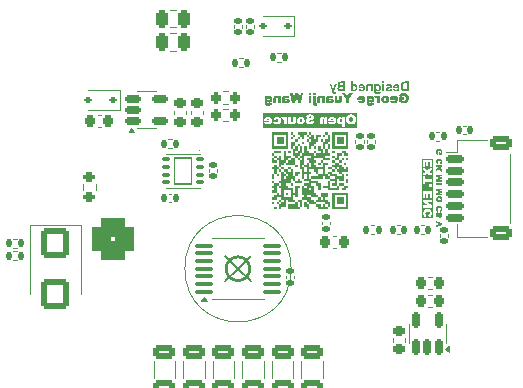
<source format=gbo>
%TF.GenerationSoftware,KiCad,Pcbnew,8.0.7*%
%TF.CreationDate,2025-10-10T17:09:57-07:00*%
%TF.ProjectId,CurlDrive-2,4375726c-4472-4697-9665-2d322e6b6963,rev?*%
%TF.SameCoordinates,Original*%
%TF.FileFunction,Legend,Bot*%
%TF.FilePolarity,Positive*%
%FSLAX46Y46*%
G04 Gerber Fmt 4.6, Leading zero omitted, Abs format (unit mm)*
G04 Created by KiCad (PCBNEW 8.0.7) date 2025-10-10 17:09:57*
%MOMM*%
%LPD*%
G01*
G04 APERTURE LIST*
G04 Aperture macros list*
%AMRoundRect*
0 Rectangle with rounded corners*
0 $1 Rounding radius*
0 $2 $3 $4 $5 $6 $7 $8 $9 X,Y pos of 4 corners*
0 Add a 4 corners polygon primitive as box body*
4,1,4,$2,$3,$4,$5,$6,$7,$8,$9,$2,$3,0*
0 Add four circle primitives for the rounded corners*
1,1,$1+$1,$2,$3*
1,1,$1+$1,$4,$5*
1,1,$1+$1,$6,$7*
1,1,$1+$1,$8,$9*
0 Add four rect primitives between the rounded corners*
20,1,$1+$1,$2,$3,$4,$5,0*
20,1,$1+$1,$4,$5,$6,$7,0*
20,1,$1+$1,$6,$7,$8,$9,0*
20,1,$1+$1,$8,$9,$2,$3,0*%
G04 Aperture macros list end*
%ADD10C,0.250000*%
%ADD11C,0.100000*%
%ADD12C,0.200000*%
%ADD13C,0.125000*%
%ADD14C,0.150000*%
%ADD15C,0.120000*%
%ADD16C,0.000000*%
%ADD17C,3.800000*%
%ADD18C,0.550000*%
%ADD19C,1.800000*%
%ADD20RoundRect,0.675000X1.575000X-1.575000X1.575000X1.575000X-1.575000X1.575000X-1.575000X-1.575000X0*%
%ADD21C,1.400000*%
%ADD22RoundRect,0.770000X0.980000X-0.980000X0.980000X0.980000X-0.980000X0.980000X-0.980000X-0.980000X0*%
%ADD23C,3.500000*%
%ADD24C,0.650000*%
%ADD25O,1.000000X2.100000*%
%ADD26O,1.000000X1.800000*%
%ADD27C,0.499999*%
%ADD28RoundRect,0.225000X0.250000X-0.225000X0.250000X0.225000X-0.250000X0.225000X-0.250000X-0.225000X0*%
%ADD29RoundRect,0.112500X0.187500X0.112500X-0.187500X0.112500X-0.187500X-0.112500X0.187500X-0.112500X0*%
%ADD30RoundRect,0.135000X-0.135000X-0.185000X0.135000X-0.185000X0.135000X0.185000X-0.135000X0.185000X0*%
%ADD31RoundRect,0.225000X0.225000X0.250000X-0.225000X0.250000X-0.225000X-0.250000X0.225000X-0.250000X0*%
%ADD32RoundRect,0.140000X-0.140000X-0.170000X0.140000X-0.170000X0.140000X0.170000X-0.140000X0.170000X0*%
%ADD33RoundRect,0.140000X0.170000X-0.140000X0.170000X0.140000X-0.170000X0.140000X-0.170000X-0.140000X0*%
%ADD34RoundRect,0.250000X-0.650000X0.325000X-0.650000X-0.325000X0.650000X-0.325000X0.650000X0.325000X0*%
%ADD35RoundRect,0.100000X-0.637500X-0.100000X0.637500X-0.100000X0.637500X0.100000X-0.637500X0.100000X0*%
%ADD36RoundRect,0.150000X-0.625000X0.150000X-0.625000X-0.150000X0.625000X-0.150000X0.625000X0.150000X0*%
%ADD37RoundRect,0.250000X-0.650000X0.350000X-0.650000X-0.350000X0.650000X-0.350000X0.650000X0.350000X0*%
%ADD38RoundRect,0.140000X-0.170000X0.140000X-0.170000X-0.140000X0.170000X-0.140000X0.170000X0.140000X0*%
%ADD39RoundRect,0.135000X0.135000X0.185000X-0.135000X0.185000X-0.135000X-0.185000X0.135000X-0.185000X0*%
%ADD40RoundRect,0.150000X0.150000X-0.512500X0.150000X0.512500X-0.150000X0.512500X-0.150000X-0.512500X0*%
%ADD41RoundRect,0.200000X-0.200000X-0.275000X0.200000X-0.275000X0.200000X0.275000X-0.200000X0.275000X0*%
%ADD42RoundRect,0.200000X0.200000X0.275000X-0.200000X0.275000X-0.200000X-0.275000X0.200000X-0.275000X0*%
%ADD43RoundRect,0.200000X-0.275000X0.200000X-0.275000X-0.200000X0.275000X-0.200000X0.275000X0.200000X0*%
%ADD44RoundRect,0.250000X0.250000X0.475000X-0.250000X0.475000X-0.250000X-0.475000X0.250000X-0.475000X0*%
%ADD45RoundRect,0.250000X-0.900000X1.000000X-0.900000X-1.000000X0.900000X-1.000000X0.900000X1.000000X0*%
%ADD46RoundRect,0.075000X0.225000X0.075000X-0.225000X0.075000X-0.225000X-0.075000X0.225000X-0.075000X0*%
%ADD47RoundRect,0.080000X0.720000X1.120000X-0.720000X1.120000X-0.720000X-1.120000X0.720000X-1.120000X0*%
%ADD48RoundRect,0.140000X0.140000X0.170000X-0.140000X0.170000X-0.140000X-0.170000X0.140000X-0.170000X0*%
%ADD49RoundRect,0.150000X-0.512500X-0.150000X0.512500X-0.150000X0.512500X0.150000X-0.512500X0.150000X0*%
G04 APERTURE END LIST*
D10*
X150980330Y-100000000D02*
G75*
G02*
X148980330Y-100000000I-1000000J0D01*
G01*
X148980330Y-100000000D02*
G75*
G02*
X150980330Y-100000000I1000000J0D01*
G01*
D11*
X154480373Y-100000000D02*
G75*
G02*
X145480287Y-100000000I-4500043J0D01*
G01*
X145480287Y-100000000D02*
G75*
G02*
X154480373Y-100000000I4500043J0D01*
G01*
D12*
X149980330Y-100000000D02*
X148919670Y-98939340D01*
X149980330Y-100000000D02*
X151040990Y-98939340D01*
X151060660Y-101055330D02*
X150000000Y-99994670D01*
X149980330Y-100000000D02*
X148919670Y-101060660D01*
D13*
G36*
X158734817Y-87323848D02*
G01*
X158763027Y-87349373D01*
X158780486Y-87385974D01*
X158787859Y-87424618D01*
X158789992Y-87467196D01*
X158787812Y-87506562D01*
X158779230Y-87546071D01*
X158762441Y-87578375D01*
X158731422Y-87605046D01*
X158693467Y-87613937D01*
X158654700Y-87602020D01*
X158632699Y-87580133D01*
X158616633Y-87544190D01*
X158609847Y-87505218D01*
X158607884Y-87461725D01*
X158609940Y-87421539D01*
X158618036Y-87381491D01*
X158633872Y-87349177D01*
X158664309Y-87321582D01*
X158696202Y-87313811D01*
X158734817Y-87323848D01*
G37*
G36*
X152574150Y-87319346D02*
G01*
X152608732Y-87337561D01*
X152614556Y-87342729D01*
X152634920Y-87376952D01*
X152637417Y-87388842D01*
X152431471Y-87388842D01*
X152445175Y-87351163D01*
X152463125Y-87332764D01*
X152500623Y-87316939D01*
X152533662Y-87313811D01*
X152574150Y-87319346D01*
G37*
G36*
X155330875Y-87321840D02*
G01*
X155363619Y-87345925D01*
X155367466Y-87350350D01*
X155386948Y-87386681D01*
X155395676Y-87427799D01*
X155397556Y-87463678D01*
X155395192Y-87504146D01*
X155385878Y-87544706D01*
X155367661Y-87577789D01*
X155336328Y-87603735D01*
X155298384Y-87613795D01*
X155292825Y-87613937D01*
X155253847Y-87606123D01*
X155221911Y-87582681D01*
X155218184Y-87578375D01*
X155199081Y-87541809D01*
X155191014Y-87503455D01*
X155188680Y-87461334D01*
X155191029Y-87421936D01*
X155200281Y-87382306D01*
X155218380Y-87349764D01*
X155249186Y-87323958D01*
X155288576Y-87313846D01*
X155291262Y-87313811D01*
X155330875Y-87321840D01*
G37*
G36*
X158004548Y-87319346D02*
G01*
X158039129Y-87337561D01*
X158044953Y-87342729D01*
X158065318Y-87376952D01*
X158067815Y-87388842D01*
X157861869Y-87388842D01*
X157875573Y-87351163D01*
X157893523Y-87332764D01*
X157931021Y-87316939D01*
X157964060Y-87313811D01*
X158004548Y-87319346D01*
G37*
G36*
X159597378Y-87143661D02*
G01*
X159634263Y-87158430D01*
X159665614Y-87183045D01*
X159671220Y-87189150D01*
X159692472Y-87222900D01*
X159705524Y-87261958D01*
X159712436Y-87303125D01*
X159715012Y-87343606D01*
X159715184Y-87358166D01*
X159713652Y-87399846D01*
X159707992Y-87442518D01*
X159696418Y-87483432D01*
X159676887Y-87519446D01*
X159671611Y-87526009D01*
X159641202Y-87552594D01*
X159604688Y-87569332D01*
X159562068Y-87576224D01*
X159552811Y-87576421D01*
X159512069Y-87572526D01*
X159473326Y-87559062D01*
X159441452Y-87535981D01*
X159433230Y-87527182D01*
X159412733Y-87492976D01*
X159400146Y-87451827D01*
X159393479Y-87407527D01*
X159390995Y-87363394D01*
X159390829Y-87347419D01*
X159392942Y-87302408D01*
X159399281Y-87263120D01*
X159411701Y-87225226D01*
X159432271Y-87191528D01*
X159434988Y-87188368D01*
X159465679Y-87162196D01*
X159502552Y-87145717D01*
X159545607Y-87138932D01*
X159554960Y-87138738D01*
X159597378Y-87143661D01*
G37*
G36*
X160065510Y-88077983D02*
G01*
X152101661Y-88077983D01*
X152101661Y-87483023D01*
X152190550Y-87483023D01*
X152190550Y-87513895D01*
X152638198Y-87513895D01*
X152628113Y-87553596D01*
X152611429Y-87579743D01*
X152578688Y-87604286D01*
X152540615Y-87613636D01*
X152531513Y-87613937D01*
X152491654Y-87607625D01*
X152471918Y-87599282D01*
X152440682Y-87572879D01*
X152432448Y-87563525D01*
X152199538Y-87590099D01*
X152221099Y-87626623D01*
X152243868Y-87658819D01*
X152271961Y-87690912D01*
X152301699Y-87717115D01*
X152328498Y-87734886D01*
X152368823Y-87753094D01*
X152410478Y-87764759D01*
X152450916Y-87771587D01*
X152495722Y-87775489D01*
X152536398Y-87776505D01*
X152578631Y-87775330D01*
X152623526Y-87770990D01*
X152663709Y-87763453D01*
X152703863Y-87750923D01*
X152721632Y-87743092D01*
X152758041Y-87721066D01*
X152790771Y-87692795D01*
X152816777Y-87662423D01*
X152834374Y-87636407D01*
X152853865Y-87598293D01*
X152867787Y-87557028D01*
X152868700Y-87552387D01*
X152945358Y-87552387D01*
X152958238Y-87591577D01*
X152976465Y-87630625D01*
X152998813Y-87664941D01*
X153006321Y-87674314D01*
X153034180Y-87702585D01*
X153066466Y-87726581D01*
X153103179Y-87746304D01*
X153111052Y-87749736D01*
X153149541Y-87762676D01*
X153188217Y-87770623D01*
X153231094Y-87775224D01*
X153272057Y-87776505D01*
X153311622Y-87775663D01*
X153353244Y-87772641D01*
X153395485Y-87766613D01*
X153428959Y-87758919D01*
X153466584Y-87745669D01*
X153504048Y-87726157D01*
X153537403Y-87701473D01*
X153566282Y-87672453D01*
X153590590Y-87640200D01*
X153608722Y-87608075D01*
X153622323Y-87571152D01*
X153630257Y-87532212D01*
X153633884Y-87493057D01*
X153634514Y-87466414D01*
X153632535Y-87422304D01*
X153626600Y-87382004D01*
X153615194Y-87341220D01*
X153602860Y-87312834D01*
X153581480Y-87277741D01*
X153554488Y-87245809D01*
X153540138Y-87232136D01*
X153507365Y-87206050D01*
X153473817Y-87185898D01*
X153471559Y-87184851D01*
X153638226Y-87184851D01*
X153712085Y-87357384D01*
X153750529Y-87343462D01*
X153777933Y-87338822D01*
X153815932Y-87348362D01*
X153840850Y-87372625D01*
X153858573Y-87412364D01*
X153867073Y-87450558D01*
X153871799Y-87490098D01*
X153874163Y-87535917D01*
X153874458Y-87561180D01*
X153874458Y-87764000D01*
X154111862Y-87764000D01*
X154233006Y-87764000D01*
X154454388Y-87764000D01*
X154454388Y-87680371D01*
X154480852Y-87709181D01*
X154513092Y-87735239D01*
X154539580Y-87751103D01*
X154579202Y-87766582D01*
X154621026Y-87774495D01*
X154659161Y-87776505D01*
X154698762Y-87773756D01*
X154739258Y-87763882D01*
X154774673Y-87746828D01*
X154808443Y-87719059D01*
X154832122Y-87686550D01*
X154849036Y-87646470D01*
X154858285Y-87605189D01*
X154862091Y-87565191D01*
X154862567Y-87543595D01*
X154862567Y-87462311D01*
X154951276Y-87462311D01*
X154953504Y-87504203D01*
X154960187Y-87543663D01*
X154974088Y-87587803D01*
X154994405Y-87628439D01*
X155021138Y-87665573D01*
X155042525Y-87688382D01*
X155072673Y-87713769D01*
X155106207Y-87734853D01*
X155143129Y-87751634D01*
X155183438Y-87764112D01*
X155227133Y-87772288D01*
X155274216Y-87776161D01*
X155293997Y-87776505D01*
X155337358Y-87774721D01*
X155378047Y-87769368D01*
X155423348Y-87758235D01*
X155464802Y-87741964D01*
X155502410Y-87720555D01*
X155525344Y-87703427D01*
X155556754Y-87673660D01*
X155582840Y-87641145D01*
X155603603Y-87605883D01*
X155619042Y-87567872D01*
X155629157Y-87527114D01*
X155632528Y-87496505D01*
X155700222Y-87496505D01*
X155703700Y-87539840D01*
X155714132Y-87581259D01*
X155731520Y-87620761D01*
X155744186Y-87641878D01*
X155768317Y-87673080D01*
X155796747Y-87700252D01*
X155829475Y-87723394D01*
X155866503Y-87742506D01*
X155908097Y-87757381D01*
X155948620Y-87766909D01*
X155992994Y-87773185D01*
X156034096Y-87775974D01*
X156063069Y-87776505D01*
X156113105Y-87775219D01*
X156159167Y-87771363D01*
X156201253Y-87764937D01*
X156239364Y-87755939D01*
X156281413Y-87741078D01*
X156317250Y-87722200D01*
X156352057Y-87694244D01*
X156379940Y-87661617D01*
X156402918Y-87625431D01*
X156420991Y-87585688D01*
X156434160Y-87542386D01*
X156441387Y-87503583D01*
X156444088Y-87479115D01*
X156194960Y-87463483D01*
X156187633Y-87502276D01*
X156173432Y-87540296D01*
X156164283Y-87554537D01*
X156135288Y-87581236D01*
X156098813Y-87596852D01*
X156059161Y-87601431D01*
X156019176Y-87597093D01*
X155983091Y-87580160D01*
X155981394Y-87578766D01*
X155957616Y-87545984D01*
X155954430Y-87526595D01*
X155967552Y-87489537D01*
X155979831Y-87476575D01*
X156016579Y-87456737D01*
X156054817Y-87444339D01*
X156098408Y-87433553D01*
X156104493Y-87432220D01*
X156144347Y-87422792D01*
X156190026Y-87409908D01*
X156231107Y-87395803D01*
X156257444Y-87384739D01*
X156905414Y-87384739D01*
X156905414Y-87764000D01*
X157142623Y-87764000D01*
X157142623Y-87433979D01*
X157146176Y-87393646D01*
X157161185Y-87359924D01*
X157195843Y-87340491D01*
X157213746Y-87338822D01*
X157253568Y-87349085D01*
X157275100Y-87367935D01*
X157292070Y-87405865D01*
X157297911Y-87447433D01*
X157298743Y-87475011D01*
X157298743Y-87764000D01*
X157534974Y-87764000D01*
X157534974Y-87483023D01*
X157620948Y-87483023D01*
X157620948Y-87513895D01*
X158068596Y-87513895D01*
X158058511Y-87553596D01*
X158041827Y-87579743D01*
X158009086Y-87604286D01*
X157971013Y-87613636D01*
X157961911Y-87613937D01*
X157922052Y-87607625D01*
X157902316Y-87599282D01*
X157871080Y-87572879D01*
X157862846Y-87563525D01*
X157629936Y-87590099D01*
X157651496Y-87626623D01*
X157674266Y-87658819D01*
X157702359Y-87690912D01*
X157732097Y-87717115D01*
X157758896Y-87734886D01*
X157799221Y-87753094D01*
X157840876Y-87764759D01*
X157881313Y-87771587D01*
X157926120Y-87775489D01*
X157966796Y-87776505D01*
X158009028Y-87775330D01*
X158053924Y-87770990D01*
X158094107Y-87763453D01*
X158134261Y-87750923D01*
X158152029Y-87743092D01*
X158188439Y-87721066D01*
X158221169Y-87692795D01*
X158247175Y-87662423D01*
X158264772Y-87636407D01*
X158284263Y-87598293D01*
X158298184Y-87557028D01*
X158305798Y-87518337D01*
X158309148Y-87477233D01*
X158309252Y-87469931D01*
X158371848Y-87469931D01*
X158373594Y-87514695D01*
X158378832Y-87556053D01*
X158389727Y-87601187D01*
X158405650Y-87641416D01*
X158426601Y-87676741D01*
X158443362Y-87697565D01*
X158476454Y-87728324D01*
X158513155Y-87751528D01*
X158553466Y-87767177D01*
X158597385Y-87775271D01*
X158624102Y-87776505D01*
X158665610Y-87773828D01*
X158704086Y-87765799D01*
X158720822Y-87760287D01*
X158757336Y-87743752D01*
X158788233Y-87721794D01*
X158788233Y-87989094D01*
X159026614Y-87989094D01*
X159026614Y-87351522D01*
X159129392Y-87351522D01*
X159130575Y-87394499D01*
X159134124Y-87435015D01*
X159141506Y-87480385D01*
X159152295Y-87522210D01*
X159166492Y-87560490D01*
X159177849Y-87584041D01*
X159201031Y-87621951D01*
X159228344Y-87656009D01*
X159259791Y-87686215D01*
X159295370Y-87712568D01*
X159317556Y-87725898D01*
X159353334Y-87743096D01*
X159392230Y-87756736D01*
X159434246Y-87766818D01*
X159479379Y-87773342D01*
X159519373Y-87776060D01*
X159544409Y-87776505D01*
X159586312Y-87775441D01*
X159625925Y-87772250D01*
X159670438Y-87765612D01*
X159711654Y-87755910D01*
X159749573Y-87743144D01*
X159773020Y-87732932D01*
X159811125Y-87711352D01*
X159845939Y-87684911D01*
X159877462Y-87653607D01*
X159901862Y-87622906D01*
X159920348Y-87594593D01*
X159939472Y-87557407D01*
X159954639Y-87516923D01*
X159965850Y-87473143D01*
X159972170Y-87434140D01*
X159975742Y-87392848D01*
X159976621Y-87358166D01*
X159974875Y-87310044D01*
X159969636Y-87264645D01*
X159960904Y-87221970D01*
X159948680Y-87182018D01*
X159932963Y-87144789D01*
X159913753Y-87110284D01*
X159884829Y-87070981D01*
X159864856Y-87049443D01*
X159835556Y-87023477D01*
X159803539Y-87000973D01*
X159768804Y-86981931D01*
X159731353Y-86966351D01*
X159691184Y-86954234D01*
X159648298Y-86945578D01*
X159602695Y-86940385D01*
X159554374Y-86938654D01*
X159504927Y-86940355D01*
X159458387Y-86945456D01*
X159414753Y-86953959D01*
X159374025Y-86965863D01*
X159336204Y-86981168D01*
X159301290Y-86999874D01*
X159261734Y-87028039D01*
X159240180Y-87047489D01*
X159208264Y-87083608D01*
X159181757Y-87123944D01*
X159164446Y-87159250D01*
X159150597Y-87197254D01*
X159140211Y-87237957D01*
X159133287Y-87281359D01*
X159129824Y-87327460D01*
X159129466Y-87347419D01*
X159129392Y-87351522D01*
X159026614Y-87351522D01*
X159026614Y-87163748D01*
X158804842Y-87163748D01*
X158804842Y-87231941D01*
X158777143Y-87204146D01*
X158743421Y-87180329D01*
X158734109Y-87175472D01*
X158694963Y-87160707D01*
X158656472Y-87153160D01*
X158623125Y-87151243D01*
X158579919Y-87154485D01*
X158540574Y-87164212D01*
X158499551Y-87183756D01*
X158463782Y-87212127D01*
X158437305Y-87243469D01*
X158415060Y-87279471D01*
X158397417Y-87318455D01*
X158384377Y-87360419D01*
X158375939Y-87405366D01*
X158372423Y-87445098D01*
X158372038Y-87461725D01*
X158371848Y-87469931D01*
X158309252Y-87469931D01*
X158309322Y-87465046D01*
X158307137Y-87422512D01*
X158300583Y-87382591D01*
X158286949Y-87338138D01*
X158267024Y-87297448D01*
X158240806Y-87260523D01*
X158219831Y-87237998D01*
X158183902Y-87208515D01*
X158143234Y-87185132D01*
X158105722Y-87170305D01*
X158064919Y-87159715D01*
X158020825Y-87153361D01*
X157973439Y-87151243D01*
X157927740Y-87152569D01*
X157885750Y-87156546D01*
X157841450Y-87164538D01*
X157802199Y-87176138D01*
X157772574Y-87188954D01*
X157737757Y-87209837D01*
X157707361Y-87234969D01*
X157681386Y-87264352D01*
X157659831Y-87297984D01*
X157642820Y-87336367D01*
X157631922Y-87374259D01*
X157629425Y-87388842D01*
X157624745Y-87416172D01*
X157621555Y-87455298D01*
X157620948Y-87483023D01*
X157534974Y-87483023D01*
X157534974Y-87163748D01*
X157314179Y-87163748D01*
X157314179Y-87247572D01*
X157285135Y-87216468D01*
X157252520Y-87190859D01*
X157228791Y-87176840D01*
X157189013Y-87161242D01*
X157147288Y-87153268D01*
X157109406Y-87151243D01*
X157069586Y-87153992D01*
X157028931Y-87163865D01*
X156993455Y-87180920D01*
X156959734Y-87208689D01*
X156935969Y-87241234D01*
X156918994Y-87281424D01*
X156909711Y-87322862D01*
X156905891Y-87363038D01*
X156905414Y-87384739D01*
X156257444Y-87384739D01*
X156267589Y-87380477D01*
X156305297Y-87360474D01*
X156340920Y-87334914D01*
X156369166Y-87306188D01*
X156392952Y-87269375D01*
X156407677Y-87228311D01*
X156413128Y-87188895D01*
X156413411Y-87177035D01*
X156409047Y-87134500D01*
X156395956Y-87093673D01*
X156376482Y-87058040D01*
X156349710Y-87025376D01*
X156319514Y-87000058D01*
X156283538Y-86978603D01*
X156265693Y-86970308D01*
X156225515Y-86956459D01*
X156184870Y-86947588D01*
X156145953Y-86942394D01*
X156103271Y-86939427D01*
X156064828Y-86938654D01*
X156017717Y-86940071D01*
X155974202Y-86944321D01*
X155934285Y-86951405D01*
X155891132Y-86963646D01*
X155853158Y-86979968D01*
X155825470Y-86996686D01*
X155792318Y-87025656D01*
X155765523Y-87061788D01*
X155747617Y-87098459D01*
X155734382Y-87140392D01*
X155726922Y-87179355D01*
X155725819Y-87187586D01*
X155972797Y-87201655D01*
X155983766Y-87162017D01*
X156005589Y-87128196D01*
X156010704Y-87123692D01*
X156046941Y-87106159D01*
X156086306Y-87101244D01*
X156089447Y-87101222D01*
X156129090Y-87106415D01*
X156150606Y-87117635D01*
X156170361Y-87152486D01*
X156170536Y-87156714D01*
X156154514Y-87185828D01*
X156118215Y-87202585D01*
X156077970Y-87212742D01*
X156074011Y-87213574D01*
X156034423Y-87222202D01*
X155988998Y-87233072D01*
X155948087Y-87244039D01*
X155904949Y-87257324D01*
X155862836Y-87272997D01*
X155838170Y-87284307D01*
X155800800Y-87306172D01*
X155769580Y-87330881D01*
X155742107Y-87361670D01*
X155733244Y-87374969D01*
X155715830Y-87410179D01*
X155704866Y-87447907D01*
X155700351Y-87488153D01*
X155700222Y-87496505D01*
X155632528Y-87496505D01*
X155633948Y-87483609D01*
X155634374Y-87465437D01*
X155632127Y-87423868D01*
X155625387Y-87384646D01*
X155611366Y-87340678D01*
X155590875Y-87300089D01*
X155563913Y-87262880D01*
X155542343Y-87239952D01*
X155512024Y-87214396D01*
X155478585Y-87193172D01*
X155442025Y-87176279D01*
X155402347Y-87163718D01*
X155359548Y-87155488D01*
X155313629Y-87151590D01*
X155294388Y-87151243D01*
X155251197Y-87152873D01*
X155210723Y-87157764D01*
X155163951Y-87168463D01*
X155121425Y-87184257D01*
X155083145Y-87205146D01*
X155049110Y-87231129D01*
X155024939Y-87255584D01*
X154999905Y-87288451D01*
X154980051Y-87324039D01*
X154965375Y-87362347D01*
X154955880Y-87403375D01*
X154951564Y-87447123D01*
X154951295Y-87461334D01*
X154951276Y-87462311D01*
X154862567Y-87462311D01*
X154862567Y-87163748D01*
X154625358Y-87163748D01*
X154625358Y-87493378D01*
X154621805Y-87533653D01*
X154606796Y-87567628D01*
X154572059Y-87587242D01*
X154554235Y-87588926D01*
X154514670Y-87578731D01*
X154493076Y-87560008D01*
X154475966Y-87522078D01*
X154470076Y-87480510D01*
X154469238Y-87452932D01*
X154469238Y-87163748D01*
X154233006Y-87163748D01*
X154233006Y-87764000D01*
X154111862Y-87764000D01*
X154111862Y-87163748D01*
X153889894Y-87163748D01*
X153889894Y-87239757D01*
X153868808Y-87206060D01*
X153839407Y-87177404D01*
X153837333Y-87175863D01*
X153802391Y-87158191D01*
X153763581Y-87151459D01*
X153754486Y-87151243D01*
X153714232Y-87155969D01*
X153673808Y-87168605D01*
X153638226Y-87184851D01*
X153471559Y-87184851D01*
X153458073Y-87178598D01*
X153417688Y-87165375D01*
X153376912Y-87157254D01*
X153337466Y-87152953D01*
X153294504Y-87151270D01*
X153288080Y-87151243D01*
X153244499Y-87152517D01*
X153204247Y-87156338D01*
X153160341Y-87164286D01*
X153121229Y-87175902D01*
X153081659Y-87194090D01*
X153066698Y-87203413D01*
X153035187Y-87228874D01*
X153007847Y-87259609D01*
X152984676Y-87295617D01*
X152965676Y-87336898D01*
X152956691Y-87362855D01*
X153180027Y-87389429D01*
X153195305Y-87352906D01*
X153215198Y-87331397D01*
X153252429Y-87316284D01*
X153281436Y-87313811D01*
X153320885Y-87320196D01*
X153356084Y-87341354D01*
X153366824Y-87352499D01*
X153386708Y-87387194D01*
X153396873Y-87429232D01*
X153399454Y-87470908D01*
X153396306Y-87511842D01*
X153384216Y-87551995D01*
X153367214Y-87577984D01*
X153335467Y-87602561D01*
X153296988Y-87613375D01*
X153284758Y-87613937D01*
X153244038Y-87608202D01*
X153214611Y-87593616D01*
X153188038Y-87564359D01*
X153171454Y-87528755D01*
X153170452Y-87525814D01*
X152945358Y-87552387D01*
X152868700Y-87552387D01*
X152875400Y-87518337D01*
X152878750Y-87477233D01*
X152878924Y-87465046D01*
X152876739Y-87422512D01*
X152870185Y-87382591D01*
X152856551Y-87338138D01*
X152836626Y-87297448D01*
X152810408Y-87260523D01*
X152789433Y-87237998D01*
X152753505Y-87208515D01*
X152712836Y-87185132D01*
X152675325Y-87170305D01*
X152634522Y-87159715D01*
X152590427Y-87153361D01*
X152543041Y-87151243D01*
X152497342Y-87152569D01*
X152455352Y-87156546D01*
X152411052Y-87164538D01*
X152371801Y-87176138D01*
X152342176Y-87188954D01*
X152307359Y-87209837D01*
X152276963Y-87234969D01*
X152250988Y-87264352D01*
X152229433Y-87297984D01*
X152212422Y-87336367D01*
X152201524Y-87374259D01*
X152199027Y-87388842D01*
X152194347Y-87416172D01*
X152191158Y-87455298D01*
X152190550Y-87483023D01*
X152101661Y-87483023D01*
X152101661Y-86849765D01*
X160065510Y-86849765D01*
X160065510Y-88077983D01*
G37*
D14*
G36*
X164012491Y-85701390D02*
G01*
X164012491Y-85501306D01*
X163615450Y-85501306D01*
X163615450Y-85835430D01*
X163650310Y-85859956D01*
X163683815Y-85881878D01*
X163722233Y-85904746D01*
X163758700Y-85923864D01*
X163798779Y-85941427D01*
X163815143Y-85947391D01*
X163854195Y-85958735D01*
X163896295Y-85967293D01*
X163941443Y-85973065D01*
X163982567Y-85975794D01*
X164018548Y-85976505D01*
X164062562Y-85975303D01*
X164103991Y-85971696D01*
X164142834Y-85965686D01*
X164186033Y-85955299D01*
X164225509Y-85941451D01*
X164255561Y-85927265D01*
X164293766Y-85903423D01*
X164328026Y-85874981D01*
X164358340Y-85841938D01*
X164381182Y-85809954D01*
X164398004Y-85780720D01*
X164415136Y-85743167D01*
X164428723Y-85703637D01*
X164438766Y-85662128D01*
X164445265Y-85618640D01*
X164448218Y-85573174D01*
X164448415Y-85557579D01*
X164447065Y-85517071D01*
X164441881Y-85470653D01*
X164432809Y-85426625D01*
X164419849Y-85384988D01*
X164403001Y-85345741D01*
X164393119Y-85327014D01*
X164370576Y-85291827D01*
X164344420Y-85259979D01*
X164314650Y-85231469D01*
X164281268Y-85206297D01*
X164244272Y-85184464D01*
X164231137Y-85177928D01*
X164192009Y-85162625D01*
X164154154Y-85152500D01*
X164112316Y-85145136D01*
X164066492Y-85140533D01*
X164025263Y-85138807D01*
X164007997Y-85138654D01*
X163967567Y-85139274D01*
X163923383Y-85141656D01*
X163883926Y-85145823D01*
X163843866Y-85152942D01*
X163805959Y-85164055D01*
X163769754Y-85180585D01*
X163733805Y-85204208D01*
X163702358Y-85233364D01*
X163693803Y-85243190D01*
X163670256Y-85276072D01*
X163649956Y-85314487D01*
X163634636Y-85353279D01*
X163624829Y-85385242D01*
X163876887Y-85427056D01*
X163894310Y-85391954D01*
X163922557Y-85363011D01*
X163926713Y-85360231D01*
X163965205Y-85344111D01*
X164006901Y-85338822D01*
X164013468Y-85338738D01*
X164055431Y-85342803D01*
X164096074Y-85356854D01*
X164130421Y-85380943D01*
X164139497Y-85390127D01*
X164162166Y-85423917D01*
X164176088Y-85462153D01*
X164183461Y-85501941D01*
X164186346Y-85547638D01*
X164186392Y-85554648D01*
X164184722Y-85597339D01*
X164178555Y-85640963D01*
X164165943Y-85682668D01*
X164144661Y-85719192D01*
X164138911Y-85725814D01*
X164105553Y-85752501D01*
X164069233Y-85768069D01*
X164026947Y-85775630D01*
X164006238Y-85776421D01*
X163966133Y-85774418D01*
X163927885Y-85768410D01*
X163888660Y-85757761D01*
X163851532Y-85744436D01*
X163846015Y-85742227D01*
X163846015Y-85701390D01*
X164012491Y-85701390D01*
G37*
G36*
X163239416Y-85353361D02*
G01*
X163283511Y-85359715D01*
X163324313Y-85370305D01*
X163361825Y-85385132D01*
X163402494Y-85408515D01*
X163438422Y-85437998D01*
X163459397Y-85460523D01*
X163485615Y-85497448D01*
X163505540Y-85538138D01*
X163519174Y-85582591D01*
X163525728Y-85622512D01*
X163527913Y-85665046D01*
X163527739Y-85677233D01*
X163524389Y-85718337D01*
X163516775Y-85757028D01*
X163502854Y-85798293D01*
X163483363Y-85836407D01*
X163465766Y-85862423D01*
X163439760Y-85892795D01*
X163407030Y-85921066D01*
X163370621Y-85943092D01*
X163352852Y-85950923D01*
X163312698Y-85963453D01*
X163272515Y-85970990D01*
X163227619Y-85975330D01*
X163185387Y-85976505D01*
X163144711Y-85975489D01*
X163099904Y-85971587D01*
X163059467Y-85964759D01*
X163017812Y-85953094D01*
X162977487Y-85934886D01*
X162950688Y-85917115D01*
X162920950Y-85890912D01*
X162892857Y-85858819D01*
X162870088Y-85826623D01*
X162848527Y-85790099D01*
X163081437Y-85763525D01*
X163089671Y-85772879D01*
X163120907Y-85799282D01*
X163140643Y-85807625D01*
X163180502Y-85813937D01*
X163189604Y-85813636D01*
X163227677Y-85804286D01*
X163260418Y-85779743D01*
X163277102Y-85753596D01*
X163287187Y-85713895D01*
X162839539Y-85713895D01*
X162839539Y-85683023D01*
X162840146Y-85655298D01*
X162843336Y-85616172D01*
X162848016Y-85588842D01*
X163080460Y-85588842D01*
X163286406Y-85588842D01*
X163283909Y-85576952D01*
X163263545Y-85542729D01*
X163257720Y-85537561D01*
X163223139Y-85519346D01*
X163182651Y-85513811D01*
X163149612Y-85516939D01*
X163112114Y-85532764D01*
X163094164Y-85551163D01*
X163080460Y-85588842D01*
X162848016Y-85588842D01*
X162850513Y-85574259D01*
X162861411Y-85536367D01*
X162878422Y-85497984D01*
X162899977Y-85464352D01*
X162925952Y-85434969D01*
X162956348Y-85409837D01*
X162991165Y-85388954D01*
X163020790Y-85376138D01*
X163060041Y-85364538D01*
X163104341Y-85356546D01*
X163146331Y-85352569D01*
X163192030Y-85351243D01*
X163239416Y-85353361D01*
G37*
G36*
X162460371Y-85351590D02*
G01*
X162506290Y-85355488D01*
X162549088Y-85363718D01*
X162588767Y-85376279D01*
X162625327Y-85393172D01*
X162658766Y-85414396D01*
X162689085Y-85439952D01*
X162710655Y-85462880D01*
X162737617Y-85500089D01*
X162758108Y-85540678D01*
X162772129Y-85584646D01*
X162778869Y-85623868D01*
X162781116Y-85665437D01*
X162780690Y-85683609D01*
X162775899Y-85727114D01*
X162765784Y-85767872D01*
X162750345Y-85805883D01*
X162729582Y-85841145D01*
X162703496Y-85873660D01*
X162672086Y-85903427D01*
X162649152Y-85920555D01*
X162611544Y-85941964D01*
X162570090Y-85958235D01*
X162524789Y-85969368D01*
X162484100Y-85974721D01*
X162440739Y-85976505D01*
X162420958Y-85976161D01*
X162373875Y-85972288D01*
X162330180Y-85964112D01*
X162289871Y-85951634D01*
X162252949Y-85934853D01*
X162219415Y-85913769D01*
X162189267Y-85888382D01*
X162167880Y-85865573D01*
X162141147Y-85828439D01*
X162120830Y-85787803D01*
X162106929Y-85743663D01*
X162100245Y-85704203D01*
X162098018Y-85662311D01*
X162098036Y-85661334D01*
X162335422Y-85661334D01*
X162337756Y-85703455D01*
X162345823Y-85741809D01*
X162364926Y-85778375D01*
X162368652Y-85782681D01*
X162400589Y-85806123D01*
X162439567Y-85813937D01*
X162445126Y-85813795D01*
X162483070Y-85803735D01*
X162514403Y-85777789D01*
X162532620Y-85744706D01*
X162541933Y-85704146D01*
X162544298Y-85663678D01*
X162542418Y-85627799D01*
X162533690Y-85586681D01*
X162514207Y-85550350D01*
X162510361Y-85545925D01*
X162477617Y-85521840D01*
X162438004Y-85513811D01*
X162435318Y-85513846D01*
X162395928Y-85523958D01*
X162365122Y-85549764D01*
X162347023Y-85582306D01*
X162337771Y-85621936D01*
X162335422Y-85661334D01*
X162098036Y-85661334D01*
X162098305Y-85647123D01*
X162102622Y-85603375D01*
X162112117Y-85562347D01*
X162126793Y-85524039D01*
X162146647Y-85488451D01*
X162171681Y-85455584D01*
X162195852Y-85431129D01*
X162229887Y-85405146D01*
X162268167Y-85384257D01*
X162310693Y-85368463D01*
X162357465Y-85357764D01*
X162397939Y-85352873D01*
X162441130Y-85351243D01*
X162460371Y-85351590D01*
G37*
G36*
X162005010Y-85363748D02*
G01*
X161783042Y-85363748D01*
X161783042Y-85439757D01*
X161761956Y-85406060D01*
X161732555Y-85377404D01*
X161730481Y-85375863D01*
X161695539Y-85358191D01*
X161656729Y-85351459D01*
X161647634Y-85351243D01*
X161607380Y-85355969D01*
X161566956Y-85368605D01*
X161531374Y-85384851D01*
X161605233Y-85557384D01*
X161643677Y-85543462D01*
X161671081Y-85538822D01*
X161709080Y-85548362D01*
X161733998Y-85572625D01*
X161751721Y-85612364D01*
X161760221Y-85650558D01*
X161764947Y-85690098D01*
X161767311Y-85735917D01*
X161767606Y-85761180D01*
X161767606Y-85964000D01*
X162005010Y-85964000D01*
X162005010Y-85363748D01*
G37*
G36*
X161306216Y-85352394D02*
G01*
X161349820Y-85359947D01*
X161389441Y-85374551D01*
X161425079Y-85396204D01*
X161456734Y-85424907D01*
X161464920Y-85434370D01*
X161489414Y-85471520D01*
X161505260Y-85508349D01*
X161516351Y-85549780D01*
X161522689Y-85595814D01*
X161524340Y-85637691D01*
X161523062Y-85674521D01*
X161518152Y-85715682D01*
X161507771Y-85759519D01*
X161492379Y-85798848D01*
X161471974Y-85833672D01*
X161462584Y-85846425D01*
X161432224Y-85879748D01*
X161398580Y-85905666D01*
X161361653Y-85924179D01*
X161321442Y-85935286D01*
X161277948Y-85938989D01*
X161240319Y-85936279D01*
X161200867Y-85927040D01*
X161163447Y-85911243D01*
X161135830Y-85893906D01*
X161106587Y-85866889D01*
X161106587Y-85934495D01*
X161106609Y-85938148D01*
X161110851Y-85979172D01*
X161128862Y-86016170D01*
X161156852Y-86033316D01*
X161196664Y-86039031D01*
X161217707Y-86037695D01*
X161255673Y-86025353D01*
X161258404Y-86023578D01*
X161279316Y-85989596D01*
X161506755Y-85963218D01*
X161508318Y-86000147D01*
X161504092Y-86043830D01*
X161491416Y-86082848D01*
X161470289Y-86117201D01*
X161440711Y-86146889D01*
X161436366Y-86150255D01*
X161399923Y-86170824D01*
X161360291Y-86184288D01*
X161321346Y-86192570D01*
X161277020Y-86198180D01*
X161237684Y-86200744D01*
X161194905Y-86201599D01*
X161180475Y-86201475D01*
X161138998Y-86199621D01*
X161096103Y-86194949D01*
X161056566Y-86187531D01*
X161027575Y-86179458D01*
X160988941Y-86163091D01*
X160956133Y-86141613D01*
X160937119Y-86124467D01*
X160912399Y-86094169D01*
X160892240Y-86058375D01*
X160881725Y-86032436D01*
X160871586Y-85992246D01*
X160868206Y-85950517D01*
X160868792Y-85924530D01*
X160868792Y-85647461D01*
X161105024Y-85647461D01*
X161105677Y-85667096D01*
X161112579Y-85707524D01*
X161131793Y-85744767D01*
X161157364Y-85766406D01*
X161197055Y-85776421D01*
X161232088Y-85769723D01*
X161263489Y-85745939D01*
X161274516Y-85728464D01*
X161285716Y-85690950D01*
X161288695Y-85650392D01*
X161287545Y-85619898D01*
X161281090Y-85580366D01*
X161264661Y-85544879D01*
X161240640Y-85523641D01*
X161200963Y-85513811D01*
X161164082Y-85522311D01*
X161133161Y-85547810D01*
X161120851Y-85566787D01*
X161108349Y-85606065D01*
X161105024Y-85647461D01*
X160868792Y-85647461D01*
X160868792Y-85363748D01*
X161090760Y-85363748D01*
X161090760Y-85431550D01*
X161099982Y-85420546D01*
X161130372Y-85393490D01*
X161164619Y-85373323D01*
X161198736Y-85360752D01*
X161238486Y-85353399D01*
X161279511Y-85351243D01*
X161306216Y-85352394D01*
G37*
G36*
X160475760Y-85353361D02*
G01*
X160519854Y-85359715D01*
X160560657Y-85370305D01*
X160598168Y-85385132D01*
X160638837Y-85408515D01*
X160674766Y-85437998D01*
X160695740Y-85460523D01*
X160721958Y-85497448D01*
X160741884Y-85538138D01*
X160755517Y-85582591D01*
X160762071Y-85622512D01*
X160764256Y-85665046D01*
X160764082Y-85677233D01*
X160760732Y-85718337D01*
X160753119Y-85757028D01*
X160739197Y-85798293D01*
X160719706Y-85836407D01*
X160702109Y-85862423D01*
X160676104Y-85892795D01*
X160643373Y-85921066D01*
X160606964Y-85943092D01*
X160589195Y-85950923D01*
X160549042Y-85963453D01*
X160508858Y-85970990D01*
X160463963Y-85975330D01*
X160421730Y-85976505D01*
X160381054Y-85975489D01*
X160336248Y-85971587D01*
X160295810Y-85964759D01*
X160254155Y-85953094D01*
X160213831Y-85934886D01*
X160187031Y-85917115D01*
X160157293Y-85890912D01*
X160129200Y-85858819D01*
X160106431Y-85826623D01*
X160084870Y-85790099D01*
X160317780Y-85763525D01*
X160326014Y-85772879D01*
X160357250Y-85799282D01*
X160376987Y-85807625D01*
X160416845Y-85813937D01*
X160425948Y-85813636D01*
X160464021Y-85804286D01*
X160496762Y-85779743D01*
X160513445Y-85753596D01*
X160523531Y-85713895D01*
X160075882Y-85713895D01*
X160075882Y-85683023D01*
X160076490Y-85655298D01*
X160079679Y-85616172D01*
X160084359Y-85588842D01*
X160316803Y-85588842D01*
X160522749Y-85588842D01*
X160520253Y-85576952D01*
X160499888Y-85542729D01*
X160494064Y-85537561D01*
X160459482Y-85519346D01*
X160418995Y-85513811D01*
X160385956Y-85516939D01*
X160348457Y-85532764D01*
X160330508Y-85551163D01*
X160316803Y-85588842D01*
X160084359Y-85588842D01*
X160086856Y-85574259D01*
X160097754Y-85536367D01*
X160114766Y-85497984D01*
X160136320Y-85464352D01*
X160162295Y-85434969D01*
X160192691Y-85409837D01*
X160227508Y-85388954D01*
X160257133Y-85376138D01*
X160296384Y-85364538D01*
X160340684Y-85356546D01*
X160382674Y-85352569D01*
X160428374Y-85351243D01*
X160475760Y-85353361D01*
G37*
G36*
X159688220Y-85151159D02*
G01*
X159396692Y-85151159D01*
X159237445Y-85410643D01*
X159078394Y-85151159D01*
X158788234Y-85151159D01*
X159107117Y-85624404D01*
X159107117Y-85964000D01*
X159368946Y-85964000D01*
X159368946Y-85624404D01*
X159688220Y-85151159D01*
G37*
G36*
X158151835Y-85964000D02*
G01*
X158373217Y-85964000D01*
X158373217Y-85880371D01*
X158399680Y-85909181D01*
X158431920Y-85935239D01*
X158458408Y-85951103D01*
X158498031Y-85966582D01*
X158539855Y-85974495D01*
X158577990Y-85976505D01*
X158617591Y-85973756D01*
X158658086Y-85963882D01*
X158693501Y-85946828D01*
X158727271Y-85919059D01*
X158750950Y-85886550D01*
X158767864Y-85846470D01*
X158777114Y-85805189D01*
X158780919Y-85765191D01*
X158781395Y-85743595D01*
X158781395Y-85363748D01*
X158544187Y-85363748D01*
X158544187Y-85693378D01*
X158540634Y-85733653D01*
X158525624Y-85767628D01*
X158490887Y-85787242D01*
X158473063Y-85788926D01*
X158433498Y-85778731D01*
X158411905Y-85760008D01*
X158394794Y-85722078D01*
X158388905Y-85680510D01*
X158388066Y-85652932D01*
X158388066Y-85363748D01*
X158151835Y-85363748D01*
X158151835Y-85964000D01*
G37*
G36*
X157807115Y-85352273D02*
G01*
X157847772Y-85355787D01*
X157886489Y-85361794D01*
X157896545Y-85363853D01*
X157935436Y-85374642D01*
X157972854Y-85392080D01*
X157980951Y-85397224D01*
X158013927Y-85423543D01*
X158040460Y-85455974D01*
X158055426Y-85485288D01*
X158068082Y-85522453D01*
X158077585Y-85563050D01*
X157852100Y-85589429D01*
X157842670Y-85564909D01*
X157818297Y-85531787D01*
X157780529Y-85517252D01*
X157739357Y-85513811D01*
X157720722Y-85514739D01*
X157683866Y-85528661D01*
X157676498Y-85538591D01*
X157668625Y-85578291D01*
X157703710Y-85590536D01*
X157743265Y-85602129D01*
X157779137Y-85610578D01*
X157818393Y-85618897D01*
X157861838Y-85627679D01*
X157905833Y-85636323D01*
X157943638Y-85644793D01*
X157981804Y-85656637D01*
X158021478Y-85674969D01*
X158053161Y-85699436D01*
X158076411Y-85731760D01*
X158090010Y-85769625D01*
X158093998Y-85808856D01*
X158093505Y-85822026D01*
X158084743Y-85862998D01*
X158065028Y-85899466D01*
X158037920Y-85928438D01*
X158034365Y-85931395D01*
X157997910Y-85953786D01*
X157958758Y-85967304D01*
X157919290Y-85974205D01*
X157874961Y-85976505D01*
X157855330Y-85976120D01*
X157813348Y-85972442D01*
X157774396Y-85964868D01*
X157734668Y-85951885D01*
X157718257Y-85944221D01*
X157684727Y-85923798D01*
X157653970Y-85898152D01*
X157647913Y-85924921D01*
X157646765Y-85928267D01*
X157629155Y-85964000D01*
X157405624Y-85964000D01*
X157419555Y-85933426D01*
X157432393Y-85896393D01*
X157435732Y-85873082D01*
X157437278Y-85832890D01*
X157437278Y-85727377D01*
X157668625Y-85727377D01*
X157669629Y-85746597D01*
X157681325Y-85785605D01*
X157692070Y-85800022D01*
X157724508Y-85823316D01*
X157750271Y-85833436D01*
X157790942Y-85838947D01*
X157802940Y-85838473D01*
X157840963Y-85825465D01*
X157857180Y-85791076D01*
X157840572Y-85758445D01*
X157834104Y-85753775D01*
X157797059Y-85738449D01*
X157757138Y-85727572D01*
X157747794Y-85725404D01*
X157707050Y-85715103D01*
X157668625Y-85703734D01*
X157668625Y-85727377D01*
X157437278Y-85727377D01*
X157437278Y-85573602D01*
X157437427Y-85565577D01*
X157442657Y-85524321D01*
X157454277Y-85484111D01*
X157456452Y-85478332D01*
X157474452Y-85442492D01*
X157500976Y-85411424D01*
X157529114Y-85390721D01*
X157564694Y-85373722D01*
X157605122Y-85362771D01*
X157643164Y-85357199D01*
X157682170Y-85353776D01*
X157726060Y-85351795D01*
X157768471Y-85351243D01*
X157807115Y-85352273D01*
G37*
G36*
X157320041Y-85363748D02*
G01*
X157099246Y-85363748D01*
X157099246Y-85447572D01*
X157070202Y-85416468D01*
X157037587Y-85390859D01*
X157013859Y-85376840D01*
X156974081Y-85361242D01*
X156932355Y-85353268D01*
X156894473Y-85351243D01*
X156854653Y-85353992D01*
X156813998Y-85363865D01*
X156778522Y-85380920D01*
X156744801Y-85408689D01*
X156721036Y-85441234D01*
X156704061Y-85481424D01*
X156694778Y-85522862D01*
X156690958Y-85563038D01*
X156690481Y-85584739D01*
X156690481Y-85964000D01*
X156927690Y-85964000D01*
X156927690Y-85633979D01*
X156931243Y-85593646D01*
X156946252Y-85559924D01*
X156980910Y-85540491D01*
X156998813Y-85538822D01*
X157038635Y-85549085D01*
X157060167Y-85567935D01*
X157077137Y-85605865D01*
X157082978Y-85647433D01*
X157083810Y-85675011D01*
X157083810Y-85964000D01*
X157320041Y-85964000D01*
X157320041Y-85363748D01*
G37*
G36*
X156564842Y-85151159D02*
G01*
X156328220Y-85151159D01*
X156328220Y-85313727D01*
X156564842Y-85313727D01*
X156564842Y-85151159D01*
G37*
G36*
X156564842Y-85363748D02*
G01*
X156328220Y-85363748D01*
X156328220Y-85939380D01*
X156328996Y-85984412D01*
X156331324Y-86023422D01*
X156336598Y-86064731D01*
X156344438Y-86096086D01*
X156362067Y-86131286D01*
X156388920Y-86160681D01*
X156404424Y-86172290D01*
X156442535Y-86190150D01*
X156482144Y-86198737D01*
X156523894Y-86201570D01*
X156528890Y-86201599D01*
X156568677Y-86199976D01*
X156609026Y-86195809D01*
X156648178Y-86190058D01*
X156690921Y-86182345D01*
X156697320Y-86181083D01*
X156661367Y-86007377D01*
X156622075Y-86013787D01*
X156616817Y-86014020D01*
X156579837Y-85998393D01*
X156578129Y-85996240D01*
X156566413Y-85956329D01*
X156564842Y-85921990D01*
X156564842Y-85363748D01*
G37*
G36*
X156192616Y-85151159D02*
G01*
X155956385Y-85151159D01*
X155956385Y-85313727D01*
X156192616Y-85313727D01*
X156192616Y-85151159D01*
G37*
G36*
X156192616Y-85363748D02*
G01*
X155956385Y-85363748D01*
X155956385Y-85964000D01*
X156192616Y-85964000D01*
X156192616Y-85363748D01*
G37*
G36*
X155524173Y-85151159D02*
G01*
X155274849Y-85151159D01*
X155193565Y-85561487D01*
X155075352Y-85151159D01*
X154830132Y-85151159D01*
X154711332Y-85566958D01*
X154630048Y-85151159D01*
X154381898Y-85151159D01*
X154562247Y-85964000D01*
X154815868Y-85964000D01*
X154952449Y-85477077D01*
X155088443Y-85964000D01*
X155342260Y-85964000D01*
X155524173Y-85151159D01*
G37*
G36*
X154085245Y-85352273D02*
G01*
X154125902Y-85355787D01*
X154164619Y-85361794D01*
X154174675Y-85363853D01*
X154213565Y-85374642D01*
X154250983Y-85392080D01*
X154259081Y-85397224D01*
X154292057Y-85423543D01*
X154318590Y-85455974D01*
X154333555Y-85485288D01*
X154346212Y-85522453D01*
X154355715Y-85563050D01*
X154130230Y-85589429D01*
X154120800Y-85564909D01*
X154096427Y-85531787D01*
X154058659Y-85517252D01*
X154017487Y-85513811D01*
X153998852Y-85514739D01*
X153961995Y-85528661D01*
X153954628Y-85538591D01*
X153946755Y-85578291D01*
X153981840Y-85590536D01*
X154021395Y-85602129D01*
X154057266Y-85610578D01*
X154096522Y-85618897D01*
X154139967Y-85627679D01*
X154183963Y-85636323D01*
X154221767Y-85644793D01*
X154259934Y-85656637D01*
X154299608Y-85674969D01*
X154331290Y-85699436D01*
X154354541Y-85731760D01*
X154368140Y-85769625D01*
X154372128Y-85808856D01*
X154371635Y-85822026D01*
X154362873Y-85862998D01*
X154343158Y-85899466D01*
X154316050Y-85928438D01*
X154312495Y-85931395D01*
X154276040Y-85953786D01*
X154236888Y-85967304D01*
X154197420Y-85974205D01*
X154153091Y-85976505D01*
X154133460Y-85976120D01*
X154091478Y-85972442D01*
X154052525Y-85964868D01*
X154012798Y-85951885D01*
X153996387Y-85944221D01*
X153962857Y-85923798D01*
X153932100Y-85898152D01*
X153926043Y-85924921D01*
X153924895Y-85928267D01*
X153907285Y-85964000D01*
X153683754Y-85964000D01*
X153697685Y-85933426D01*
X153710523Y-85896393D01*
X153713862Y-85873082D01*
X153715408Y-85832890D01*
X153715408Y-85727377D01*
X153946755Y-85727377D01*
X153947759Y-85746597D01*
X153959455Y-85785605D01*
X153970200Y-85800022D01*
X154002637Y-85823316D01*
X154028401Y-85833436D01*
X154069071Y-85838947D01*
X154081070Y-85838473D01*
X154119092Y-85825465D01*
X154135310Y-85791076D01*
X154118702Y-85758445D01*
X154112234Y-85753775D01*
X154075188Y-85738449D01*
X154035268Y-85727572D01*
X154025924Y-85725404D01*
X153985180Y-85715103D01*
X153946755Y-85703734D01*
X153946755Y-85727377D01*
X153715408Y-85727377D01*
X153715408Y-85573602D01*
X153715557Y-85565577D01*
X153720786Y-85524321D01*
X153732407Y-85484111D01*
X153734582Y-85478332D01*
X153752581Y-85442492D01*
X153779106Y-85411424D01*
X153807244Y-85390721D01*
X153842823Y-85373722D01*
X153883251Y-85362771D01*
X153921294Y-85357199D01*
X153960299Y-85353776D01*
X154004190Y-85351795D01*
X154046601Y-85351243D01*
X154085245Y-85352273D01*
G37*
G36*
X153607550Y-85363748D02*
G01*
X153386755Y-85363748D01*
X153386755Y-85447572D01*
X153357711Y-85416468D01*
X153325095Y-85390859D01*
X153301367Y-85376840D01*
X153261589Y-85361242D01*
X153219864Y-85353268D01*
X153181981Y-85351243D01*
X153142161Y-85353992D01*
X153101507Y-85363865D01*
X153066031Y-85380920D01*
X153032309Y-85408689D01*
X153008545Y-85441234D01*
X152991570Y-85481424D01*
X152982286Y-85522862D01*
X152978467Y-85563038D01*
X152977990Y-85584739D01*
X152977990Y-85964000D01*
X153215198Y-85964000D01*
X153215198Y-85633979D01*
X153218751Y-85593646D01*
X153233761Y-85559924D01*
X153268419Y-85540491D01*
X153286322Y-85538822D01*
X153326144Y-85549085D01*
X153347676Y-85567935D01*
X153364646Y-85605865D01*
X153370487Y-85647433D01*
X153371318Y-85675011D01*
X153371318Y-85964000D01*
X153607550Y-85964000D01*
X153607550Y-85363748D01*
G37*
G36*
X152670570Y-85352394D02*
G01*
X152714174Y-85359947D01*
X152753795Y-85374551D01*
X152789433Y-85396204D01*
X152821088Y-85424907D01*
X152829275Y-85434370D01*
X152853769Y-85471520D01*
X152869614Y-85508349D01*
X152880706Y-85549780D01*
X152887044Y-85595814D01*
X152888695Y-85637691D01*
X152887416Y-85674521D01*
X152882507Y-85715682D01*
X152872126Y-85759519D01*
X152856733Y-85798848D01*
X152836329Y-85833672D01*
X152826939Y-85846425D01*
X152796578Y-85879748D01*
X152762935Y-85905666D01*
X152726007Y-85924179D01*
X152685797Y-85935286D01*
X152642302Y-85938989D01*
X152604674Y-85936279D01*
X152565222Y-85927040D01*
X152527801Y-85911243D01*
X152500184Y-85893906D01*
X152470942Y-85866889D01*
X152470942Y-85934495D01*
X152470963Y-85938148D01*
X152475205Y-85979172D01*
X152493217Y-86016170D01*
X152521207Y-86033316D01*
X152561018Y-86039031D01*
X152582061Y-86037695D01*
X152620027Y-86025353D01*
X152622759Y-86023578D01*
X152643670Y-85989596D01*
X152871109Y-85963218D01*
X152872672Y-86000147D01*
X152868447Y-86043830D01*
X152855771Y-86082848D01*
X152834644Y-86117201D01*
X152805066Y-86146889D01*
X152800721Y-86150255D01*
X152764277Y-86170824D01*
X152724646Y-86184288D01*
X152685700Y-86192570D01*
X152641374Y-86198180D01*
X152602039Y-86200744D01*
X152559260Y-86201599D01*
X152544830Y-86201475D01*
X152503353Y-86199621D01*
X152460457Y-86194949D01*
X152420921Y-86187531D01*
X152391929Y-86179458D01*
X152353296Y-86163091D01*
X152320488Y-86141613D01*
X152301474Y-86124467D01*
X152276753Y-86094169D01*
X152256594Y-86058375D01*
X152246079Y-86032436D01*
X152235940Y-85992246D01*
X152232561Y-85950517D01*
X152233147Y-85924530D01*
X152233147Y-85647461D01*
X152469378Y-85647461D01*
X152470032Y-85667096D01*
X152476933Y-85707524D01*
X152496147Y-85744767D01*
X152521718Y-85766406D01*
X152561409Y-85776421D01*
X152596443Y-85769723D01*
X152627843Y-85745939D01*
X152638871Y-85728464D01*
X152650071Y-85690950D01*
X152653049Y-85650392D01*
X152651899Y-85619898D01*
X152645445Y-85580366D01*
X152629016Y-85544879D01*
X152604994Y-85523641D01*
X152565317Y-85513811D01*
X152528436Y-85522311D01*
X152497515Y-85547810D01*
X152485205Y-85566787D01*
X152472703Y-85606065D01*
X152469378Y-85647461D01*
X152233147Y-85647461D01*
X152233147Y-85363748D01*
X152455115Y-85363748D01*
X152455115Y-85431550D01*
X152464337Y-85420546D01*
X152494727Y-85393490D01*
X152528974Y-85373323D01*
X152563090Y-85360752D01*
X152602840Y-85353399D01*
X152643866Y-85351243D01*
X152670570Y-85352394D01*
G37*
D13*
G36*
X166469720Y-95724452D02*
G01*
X165581044Y-95724452D01*
X165581044Y-95310889D01*
X165658822Y-95310889D01*
X165660166Y-95351646D01*
X165664198Y-95389606D01*
X165670919Y-95424769D01*
X165682531Y-95463273D01*
X165698015Y-95497750D01*
X165713875Y-95523405D01*
X165736785Y-95551178D01*
X165764228Y-95576283D01*
X165796203Y-95598719D01*
X165826310Y-95615376D01*
X165859565Y-95630181D01*
X165888435Y-95640690D01*
X165933400Y-95437407D01*
X165899879Y-95424929D01*
X165883306Y-95415523D01*
X165857874Y-95390652D01*
X165846718Y-95372780D01*
X165835699Y-95338813D01*
X165833896Y-95316189D01*
X165838318Y-95278806D01*
X165851585Y-95246670D01*
X165873697Y-95219781D01*
X165889803Y-95207110D01*
X165920774Y-95191964D01*
X165956843Y-95183128D01*
X165995421Y-95179089D01*
X166022646Y-95178387D01*
X166062315Y-95179584D01*
X166096946Y-95183172D01*
X166130983Y-95190382D01*
X166164672Y-95204436D01*
X166176006Y-95212411D01*
X166199271Y-95239192D01*
X166212878Y-95272518D01*
X166216868Y-95308496D01*
X166213729Y-95343221D01*
X166201676Y-95377265D01*
X166184726Y-95399281D01*
X166155442Y-95420174D01*
X166123325Y-95434242D01*
X166088424Y-95444305D01*
X166084196Y-95445272D01*
X166142496Y-95646674D01*
X166178474Y-95636593D01*
X166211457Y-95624450D01*
X166245485Y-95608047D01*
X166275603Y-95588952D01*
X166282521Y-95583757D01*
X166310911Y-95558490D01*
X166335108Y-95530004D01*
X166355113Y-95498299D01*
X166364415Y-95479295D01*
X166376458Y-95445998D01*
X166385060Y-95408513D01*
X166389764Y-95372277D01*
X166391834Y-95332835D01*
X166391942Y-95320976D01*
X166391119Y-95285721D01*
X166387962Y-95246115D01*
X166382436Y-95209454D01*
X166374542Y-95175738D01*
X166362339Y-95140126D01*
X166358260Y-95130687D01*
X166341087Y-95099264D01*
X166319038Y-95069772D01*
X166292112Y-95042211D01*
X166265152Y-95020124D01*
X166239949Y-95002801D01*
X166206508Y-94984557D01*
X166169785Y-94970087D01*
X166136675Y-94960913D01*
X166101287Y-94954359D01*
X166063619Y-94950427D01*
X166023672Y-94949117D01*
X165981079Y-94950594D01*
X165941008Y-94955026D01*
X165903459Y-94962412D01*
X165868431Y-94972753D01*
X165835926Y-94986049D01*
X165798840Y-95006823D01*
X165765695Y-95032214D01*
X165753540Y-95043663D01*
X165726253Y-95075162D01*
X165703591Y-95110458D01*
X165688791Y-95141431D01*
X165676952Y-95174834D01*
X165668072Y-95210668D01*
X165662152Y-95248933D01*
X165659192Y-95289630D01*
X165658822Y-95310889D01*
X165581044Y-95310889D01*
X165581044Y-94371922D01*
X165669764Y-94371922D01*
X166051882Y-94629061D01*
X165669764Y-94629061D01*
X165669764Y-94845167D01*
X166381000Y-94845167D01*
X166381000Y-94631625D01*
X166000933Y-94375854D01*
X166381000Y-94375854D01*
X166381000Y-94160090D01*
X165669764Y-94160090D01*
X165669764Y-94371922D01*
X165581044Y-94371922D01*
X165581044Y-94045711D01*
X165669764Y-94045711D01*
X165844838Y-94045711D01*
X165844838Y-93680348D01*
X165932374Y-93680348D01*
X165932374Y-94019382D01*
X166085563Y-94019382D01*
X166085563Y-93680348D01*
X166205926Y-93680348D01*
X166205926Y-94056311D01*
X166381000Y-94056311D01*
X166381000Y-93451078D01*
X165669764Y-93451078D01*
X165669764Y-94045711D01*
X165581044Y-94045711D01*
X165581044Y-93081270D01*
X166173100Y-93081270D01*
X166381000Y-93081270D01*
X166381000Y-92861231D01*
X166173100Y-92861231D01*
X166173100Y-93081270D01*
X165581044Y-93081270D01*
X165581044Y-92864651D01*
X165669764Y-92864651D01*
X165844838Y-92864651D01*
X165844838Y-92642561D01*
X166381000Y-92642561D01*
X166381000Y-92413803D01*
X165844838Y-92413803D01*
X165844838Y-92191542D01*
X165669764Y-92191542D01*
X165669764Y-92864651D01*
X165581044Y-92864651D01*
X165581044Y-91426109D01*
X165669764Y-91426109D01*
X165669764Y-91679145D01*
X165879715Y-91801217D01*
X165669764Y-91919016D01*
X165669764Y-92170000D01*
X166014440Y-91947055D01*
X166381000Y-92190858D01*
X166381000Y-91932693D01*
X166160961Y-91796772D01*
X166381000Y-91660509D01*
X166381000Y-91403712D01*
X166010508Y-91650935D01*
X165669764Y-91426109D01*
X165581044Y-91426109D01*
X165581044Y-91366270D01*
X165669764Y-91366270D01*
X165844838Y-91366270D01*
X165844838Y-91000907D01*
X165932374Y-91000907D01*
X165932374Y-91339940D01*
X166085563Y-91339940D01*
X166085563Y-91000907D01*
X166205926Y-91000907D01*
X166205926Y-91376870D01*
X166381000Y-91376870D01*
X166381000Y-90771636D01*
X165669764Y-90771636D01*
X165669764Y-91366270D01*
X165581044Y-91366270D01*
X165581044Y-90693858D01*
X166469720Y-90693858D01*
X166469720Y-95724452D01*
G37*
D11*
G36*
X164418715Y-84964000D02*
G01*
X164112533Y-84964000D01*
X164090578Y-84963731D01*
X164050058Y-84961581D01*
X164009875Y-84956594D01*
X163968527Y-84946805D01*
X163959654Y-84943827D01*
X163922579Y-84928649D01*
X163886858Y-84908377D01*
X163854221Y-84881934D01*
X163850742Y-84878469D01*
X163824733Y-84848376D01*
X163801973Y-84814056D01*
X163782461Y-84775512D01*
X163768053Y-84738319D01*
X163765048Y-84729126D01*
X163754966Y-84690199D01*
X163747987Y-84647829D01*
X163744425Y-84607931D01*
X163743237Y-84565395D01*
X163743349Y-84557775D01*
X163911472Y-84557775D01*
X163911731Y-84580703D01*
X163913808Y-84622859D01*
X163918625Y-84664388D01*
X163928080Y-84706665D01*
X163931244Y-84716617D01*
X163946936Y-84753511D01*
X163970676Y-84785018D01*
X163998002Y-84804178D01*
X164036133Y-84818626D01*
X164051198Y-84821672D01*
X164092209Y-84825518D01*
X164134612Y-84826442D01*
X164255952Y-84826442D01*
X164255952Y-84288717D01*
X164182875Y-84288717D01*
X164176723Y-84288725D01*
X164132109Y-84289335D01*
X164091698Y-84291190D01*
X164049420Y-84296533D01*
X164046578Y-84297173D01*
X164007752Y-84311090D01*
X163974193Y-84334830D01*
X163966976Y-84342212D01*
X163943609Y-84376095D01*
X163928080Y-84413378D01*
X163923296Y-84430196D01*
X163916159Y-84470214D01*
X163912510Y-84513506D01*
X163911472Y-84557775D01*
X163743349Y-84557775D01*
X163743650Y-84537390D01*
X163745813Y-84497522D01*
X163750682Y-84454258D01*
X163758075Y-84414490D01*
X163769616Y-84373323D01*
X163778450Y-84349551D01*
X163797334Y-84309743D01*
X163820051Y-84273768D01*
X163846601Y-84241627D01*
X163862907Y-84225576D01*
X163894734Y-84200722D01*
X163929746Y-84181062D01*
X163967941Y-84166595D01*
X163997311Y-84159842D01*
X164037505Y-84154551D01*
X164079591Y-84151898D01*
X164121325Y-84151159D01*
X164418715Y-84151159D01*
X164418715Y-84964000D01*
G37*
G36*
X163402752Y-84364071D02*
G01*
X163443918Y-84368914D01*
X163482253Y-84379568D01*
X163517759Y-84396034D01*
X163550434Y-84418311D01*
X163580279Y-84446400D01*
X163598047Y-84468003D01*
X163620258Y-84504118D01*
X163637138Y-84544683D01*
X163648688Y-84589700D01*
X163654241Y-84630615D01*
X163656092Y-84674621D01*
X163654065Y-84718873D01*
X163647986Y-84760185D01*
X163637854Y-84798557D01*
X163620910Y-84839609D01*
X163598450Y-84876658D01*
X163573677Y-84905423D01*
X163538836Y-84933504D01*
X163498416Y-84954566D01*
X163460473Y-84966754D01*
X163418656Y-84974067D01*
X163372965Y-84976505D01*
X163332449Y-84974523D01*
X163289924Y-84967403D01*
X163251428Y-84955105D01*
X163212937Y-84935081D01*
X163190113Y-84918141D01*
X163160410Y-84887734D01*
X163136147Y-84851330D01*
X163119148Y-84813937D01*
X163273119Y-84788926D01*
X163284348Y-84815478D01*
X163310635Y-84846177D01*
X163332541Y-84857689D01*
X163371402Y-84863958D01*
X163390787Y-84862570D01*
X163428547Y-84850043D01*
X163460502Y-84824488D01*
X163481044Y-84793612D01*
X163493506Y-84755256D01*
X163497822Y-84713895D01*
X163110942Y-84713895D01*
X163110811Y-84702871D01*
X163111826Y-84660567D01*
X163116348Y-84613853D01*
X163264326Y-84613853D01*
X163495087Y-84613853D01*
X163493735Y-84587333D01*
X163483935Y-84547742D01*
X163462651Y-84513225D01*
X163454124Y-84504570D01*
X163420000Y-84483364D01*
X163379218Y-84476295D01*
X163370477Y-84476605D01*
X163330535Y-84487424D01*
X163298911Y-84511466D01*
X163281344Y-84536494D01*
X163268375Y-84574889D01*
X163264326Y-84613853D01*
X163116348Y-84613853D01*
X163116555Y-84611714D01*
X163125130Y-84567335D01*
X163137549Y-84527431D01*
X163157527Y-84485452D01*
X163183042Y-84449917D01*
X163197630Y-84434518D01*
X163229700Y-84408263D01*
X163265631Y-84388067D01*
X163305423Y-84373930D01*
X163349075Y-84365852D01*
X163388401Y-84363748D01*
X163402752Y-84364071D01*
G37*
G36*
X163042554Y-84801431D02*
G01*
X162887606Y-84776421D01*
X162872609Y-84814230D01*
X162847550Y-84841683D01*
X162811207Y-84858389D01*
X162769469Y-84863871D01*
X162762749Y-84863958D01*
X162722055Y-84860853D01*
X162682857Y-84848239D01*
X162672672Y-84841878D01*
X162652669Y-84806979D01*
X162652351Y-84800650D01*
X162663293Y-84771536D01*
X162700988Y-84754787D01*
X162715073Y-84751215D01*
X162759635Y-84741018D01*
X162799923Y-84731041D01*
X162844272Y-84718878D01*
X162881943Y-84707059D01*
X162923462Y-84691089D01*
X162951891Y-84675793D01*
X162982152Y-84649732D01*
X163005862Y-84614867D01*
X163018628Y-84574128D01*
X163021060Y-84543706D01*
X163016331Y-84502774D01*
X163002142Y-84465705D01*
X162978494Y-84432501D01*
X162961270Y-84415723D01*
X162927161Y-84392984D01*
X162890564Y-84378417D01*
X162847665Y-84368824D01*
X162805879Y-84364560D01*
X162775450Y-84363748D01*
X162732697Y-84365191D01*
X162688289Y-84370520D01*
X162649771Y-84379777D01*
X162612964Y-84395164D01*
X162597445Y-84404781D01*
X162567473Y-84430984D01*
X162543281Y-84463431D01*
X162524869Y-84502123D01*
X162517138Y-84526316D01*
X162662903Y-84551327D01*
X162679964Y-84514162D01*
X162698464Y-84495639D01*
X162734748Y-84479998D01*
X162772714Y-84476295D01*
X162813573Y-84478686D01*
X162852920Y-84489310D01*
X162860055Y-84493295D01*
X162877641Y-84524753D01*
X162862205Y-84552695D01*
X162824313Y-84568632D01*
X162785064Y-84579922D01*
X162740221Y-84591103D01*
X162718004Y-84596267D01*
X162674379Y-84607199D01*
X162635975Y-84619037D01*
X162597768Y-84633994D01*
X162562805Y-84652599D01*
X162545666Y-84665046D01*
X162518188Y-84697270D01*
X162502117Y-84737251D01*
X162497404Y-84780329D01*
X162502705Y-84823740D01*
X162518609Y-84863626D01*
X162541647Y-84896123D01*
X162564424Y-84918668D01*
X162596821Y-84941204D01*
X162635371Y-84958205D01*
X162673310Y-84968371D01*
X162715770Y-84974471D01*
X162762749Y-84976505D01*
X162805767Y-84974849D01*
X162845282Y-84969883D01*
X162886954Y-84959904D01*
X162923858Y-84945418D01*
X162951695Y-84929415D01*
X162983386Y-84903757D01*
X163009092Y-84873874D01*
X163028815Y-84839765D01*
X163042554Y-84801431D01*
G37*
G36*
X162365317Y-84288717D02*
G01*
X162365317Y-84151159D01*
X162210760Y-84151159D01*
X162210760Y-84288717D01*
X162365317Y-84288717D01*
G37*
G36*
X162365317Y-84964000D02*
G01*
X162365317Y-84376254D01*
X162210760Y-84376254D01*
X162210760Y-84964000D01*
X162365317Y-84964000D01*
G37*
G36*
X161868335Y-84364966D02*
G01*
X161910734Y-84372961D01*
X161949861Y-84388416D01*
X161985715Y-84411333D01*
X162018297Y-84441711D01*
X162034829Y-84462288D01*
X162055494Y-84497230D01*
X162071200Y-84537063D01*
X162081946Y-84581787D01*
X162087112Y-84622793D01*
X162088834Y-84667196D01*
X162087517Y-84703014D01*
X162082462Y-84743516D01*
X162071771Y-84787347D01*
X162055919Y-84827494D01*
X162034905Y-84863958D01*
X162026141Y-84876072D01*
X161997548Y-84907726D01*
X161965508Y-84932346D01*
X161930018Y-84949931D01*
X161891081Y-84960482D01*
X161848695Y-84964000D01*
X161816604Y-84961896D01*
X161774643Y-84951882D01*
X161736142Y-84933622D01*
X161701099Y-84907115D01*
X161673817Y-84877831D01*
X161673817Y-84962241D01*
X161674671Y-84993627D01*
X161681046Y-85032387D01*
X161685280Y-85041904D01*
X161711723Y-85071076D01*
X161721922Y-85076254D01*
X161761335Y-85086524D01*
X161802386Y-85089052D01*
X161834306Y-85087073D01*
X161871751Y-85074983D01*
X161873685Y-85073698D01*
X161892072Y-85039031D01*
X162068513Y-85014020D01*
X162068904Y-85031606D01*
X162068360Y-85045228D01*
X162058681Y-85087360D01*
X162036906Y-85124454D01*
X162006964Y-85153532D01*
X162002996Y-85156489D01*
X161965197Y-85176767D01*
X161923286Y-85189582D01*
X161880800Y-85196905D01*
X161840766Y-85200425D01*
X161796524Y-85201599D01*
X161786788Y-85201534D01*
X161745620Y-85199636D01*
X161704954Y-85194446D01*
X161666392Y-85184990D01*
X161653868Y-85180640D01*
X161617637Y-85163759D01*
X161584326Y-85139073D01*
X161575017Y-85129375D01*
X161552556Y-85096484D01*
X161536454Y-85058375D01*
X161529017Y-85029396D01*
X161523190Y-84988940D01*
X161520269Y-84945999D01*
X161519455Y-84903036D01*
X161519455Y-84665632D01*
X161671081Y-84665632D01*
X161672035Y-84693290D01*
X161677531Y-84732958D01*
X161689552Y-84770841D01*
X161710160Y-84804558D01*
X161730786Y-84825074D01*
X161765802Y-84844858D01*
X161805708Y-84851452D01*
X161827994Y-84849265D01*
X161865166Y-84833592D01*
X161894612Y-84805730D01*
X161910341Y-84779572D01*
X161922665Y-84742261D01*
X161928844Y-84702089D01*
X161930565Y-84661529D01*
X161930003Y-84638833D01*
X161925509Y-84597947D01*
X161915081Y-84559131D01*
X161894612Y-84522018D01*
X161877872Y-84504202D01*
X161841871Y-84482725D01*
X161802972Y-84476295D01*
X161775678Y-84479214D01*
X161739362Y-84494537D01*
X161708597Y-84522995D01*
X161692184Y-84549348D01*
X161679324Y-84586412D01*
X161672876Y-84625949D01*
X161671081Y-84665632D01*
X161519455Y-84665632D01*
X161519455Y-84376254D01*
X161664047Y-84376254D01*
X161664047Y-84454216D01*
X161686954Y-84428153D01*
X161722134Y-84399087D01*
X161760942Y-84378679D01*
X161803377Y-84366929D01*
X161842637Y-84363748D01*
X161868335Y-84364966D01*
G37*
G36*
X160839483Y-84964000D02*
G01*
X160993845Y-84964000D01*
X160993845Y-84660552D01*
X160994467Y-84616637D01*
X160996657Y-84577393D01*
X161003197Y-84537728D01*
X161003810Y-84535891D01*
X161024314Y-84501724D01*
X161035854Y-84491927D01*
X161072518Y-84477532D01*
X161089392Y-84476295D01*
X161129788Y-84482637D01*
X161161493Y-84498766D01*
X161189708Y-84526624D01*
X161205261Y-84558166D01*
X161212852Y-84598522D01*
X161215840Y-84638589D01*
X161216939Y-84682535D01*
X161216985Y-84694746D01*
X161216985Y-84964000D01*
X161371346Y-84964000D01*
X161371346Y-84376254D01*
X161227927Y-84376254D01*
X161227927Y-84462032D01*
X161197890Y-84428631D01*
X161165077Y-84402140D01*
X161129489Y-84382560D01*
X161091127Y-84369891D01*
X161049988Y-84364132D01*
X161035659Y-84363748D01*
X160995548Y-84366812D01*
X160955669Y-84376963D01*
X160942260Y-84382311D01*
X160907061Y-84401946D01*
X160878171Y-84429596D01*
X160857975Y-84464382D01*
X160848080Y-84494858D01*
X160841910Y-84535885D01*
X160839693Y-84578722D01*
X160839483Y-84599198D01*
X160839483Y-84964000D01*
G37*
G36*
X160478091Y-84364071D02*
G01*
X160519256Y-84368914D01*
X160557592Y-84379568D01*
X160593097Y-84396034D01*
X160625772Y-84418311D01*
X160655617Y-84446400D01*
X160673386Y-84468003D01*
X160695597Y-84504118D01*
X160712477Y-84544683D01*
X160724026Y-84589700D01*
X160729579Y-84630615D01*
X160731430Y-84674621D01*
X160729404Y-84718873D01*
X160723324Y-84760185D01*
X160713192Y-84798557D01*
X160696249Y-84839609D01*
X160673789Y-84876658D01*
X160649015Y-84905423D01*
X160614174Y-84933504D01*
X160573755Y-84954566D01*
X160535811Y-84966754D01*
X160493994Y-84974067D01*
X160448304Y-84976505D01*
X160407788Y-84974523D01*
X160365262Y-84967403D01*
X160326766Y-84955105D01*
X160288276Y-84935081D01*
X160265451Y-84918141D01*
X160235748Y-84887734D01*
X160211486Y-84851330D01*
X160194487Y-84813937D01*
X160348457Y-84788926D01*
X160359686Y-84815478D01*
X160385973Y-84846177D01*
X160407879Y-84857689D01*
X160446741Y-84863958D01*
X160466126Y-84862570D01*
X160503885Y-84850043D01*
X160535840Y-84824488D01*
X160556383Y-84793612D01*
X160568844Y-84755256D01*
X160573161Y-84713895D01*
X160186280Y-84713895D01*
X160186149Y-84702871D01*
X160187164Y-84660567D01*
X160191687Y-84613853D01*
X160339665Y-84613853D01*
X160570425Y-84613853D01*
X160569073Y-84587333D01*
X160559273Y-84547742D01*
X160537990Y-84513225D01*
X160529463Y-84504570D01*
X160495338Y-84483364D01*
X160454556Y-84476295D01*
X160445816Y-84476605D01*
X160405873Y-84487424D01*
X160374249Y-84511466D01*
X160356683Y-84536494D01*
X160343714Y-84574889D01*
X160339665Y-84613853D01*
X160191687Y-84613853D01*
X160191894Y-84611714D01*
X160200468Y-84567335D01*
X160212887Y-84527431D01*
X160232866Y-84485452D01*
X160258381Y-84449917D01*
X160272968Y-84434518D01*
X160305039Y-84408263D01*
X160340970Y-84388067D01*
X160380762Y-84373930D01*
X160424414Y-84365852D01*
X160463740Y-84363748D01*
X160478091Y-84364071D01*
G37*
G36*
X159682554Y-84445032D02*
G01*
X159700844Y-84425981D01*
X159734837Y-84398754D01*
X159771353Y-84379307D01*
X159810395Y-84367638D01*
X159851960Y-84363748D01*
X159878012Y-84364960D01*
X159920855Y-84372914D01*
X159960200Y-84388292D01*
X159996049Y-84411094D01*
X160028401Y-84441320D01*
X160044750Y-84461830D01*
X160065187Y-84496786D01*
X160080718Y-84536770D01*
X160091345Y-84581782D01*
X160096454Y-84623134D01*
X160098157Y-84667977D01*
X160097037Y-84703414D01*
X160092485Y-84744884D01*
X160084432Y-84783216D01*
X160070146Y-84825071D01*
X160050818Y-84862406D01*
X160026448Y-84895221D01*
X160008068Y-84914272D01*
X159973730Y-84941499D01*
X159936624Y-84960946D01*
X159896751Y-84972615D01*
X159854110Y-84976505D01*
X159832519Y-84975355D01*
X159792622Y-84967117D01*
X159756022Y-84952471D01*
X159729675Y-84936802D01*
X159697718Y-84909563D01*
X159671612Y-84878221D01*
X159671612Y-84964000D01*
X159528192Y-84964000D01*
X159528192Y-84674425D01*
X159682163Y-84674425D01*
X159683079Y-84702829D01*
X159688354Y-84743492D01*
X159699895Y-84782203D01*
X159719678Y-84816477D01*
X159734230Y-84832613D01*
X159769576Y-84856121D01*
X159810146Y-84863958D01*
X159814318Y-84863896D01*
X159852824Y-84856477D01*
X159888437Y-84834035D01*
X159914682Y-84800650D01*
X159924732Y-84778911D01*
X159934807Y-84738871D01*
X159939240Y-84699227D01*
X159940474Y-84658989D01*
X159939894Y-84636934D01*
X159935253Y-84597073D01*
X159924486Y-84559004D01*
X159903349Y-84522213D01*
X159886256Y-84504321D01*
X159849997Y-84482753D01*
X159811318Y-84476295D01*
X159787510Y-84478521D01*
X159748502Y-84494461D01*
X159718506Y-84522799D01*
X159702606Y-84549642D01*
X159690148Y-84588656D01*
X159683902Y-84631172D01*
X159682163Y-84674425D01*
X159528192Y-84674425D01*
X159528192Y-84151159D01*
X159682554Y-84151159D01*
X159682554Y-84445032D01*
G37*
G36*
X159066866Y-84964000D02*
G01*
X158792533Y-84964000D01*
X158764380Y-84963752D01*
X158721946Y-84963218D01*
X158678432Y-84962375D01*
X158637874Y-84961114D01*
X158596357Y-84958528D01*
X158561505Y-84952576D01*
X158523359Y-84940180D01*
X158487327Y-84920231D01*
X158466407Y-84903391D01*
X158439379Y-84873230D01*
X158417571Y-84837189D01*
X158406372Y-84810920D01*
X158395574Y-84770831D01*
X158391974Y-84729917D01*
X158392110Y-84722297D01*
X158560209Y-84722297D01*
X158563982Y-84753909D01*
X158583070Y-84789903D01*
X158603743Y-84807287D01*
X158642079Y-84821557D01*
X158671898Y-84824720D01*
X158713703Y-84826137D01*
X158753649Y-84826442D01*
X158904298Y-84826442D01*
X158904298Y-84613853D01*
X158772993Y-84613853D01*
X158752832Y-84613954D01*
X158711120Y-84614979D01*
X158668453Y-84617917D01*
X158628597Y-84625381D01*
X158607607Y-84634789D01*
X158577794Y-84661725D01*
X158566408Y-84683693D01*
X158560209Y-84722297D01*
X158392110Y-84722297D01*
X158392129Y-84721244D01*
X158397552Y-84680009D01*
X158410722Y-84642323D01*
X158431639Y-84608187D01*
X158439341Y-84598744D01*
X158469352Y-84571114D01*
X158506042Y-84549399D01*
X158544773Y-84534914D01*
X158520043Y-84521395D01*
X158488032Y-84495484D01*
X158462121Y-84462813D01*
X158448785Y-84438193D01*
X158435926Y-84399066D01*
X158434086Y-84381138D01*
X158589909Y-84381138D01*
X158593875Y-84410533D01*
X158613942Y-84444446D01*
X158640240Y-84462813D01*
X158679595Y-84473560D01*
X158713532Y-84475430D01*
X158754626Y-84476124D01*
X158797613Y-84476295D01*
X158904298Y-84476295D01*
X158904298Y-84288717D01*
X158810900Y-84288717D01*
X158803808Y-84288720D01*
X158759120Y-84288888D01*
X158714415Y-84289489D01*
X158671779Y-84291452D01*
X158644128Y-84297845D01*
X158610621Y-84319980D01*
X158597210Y-84341385D01*
X158589909Y-84381138D01*
X158434086Y-84381138D01*
X158431639Y-84357300D01*
X158432512Y-84337741D01*
X158440388Y-84297908D01*
X158456454Y-84261557D01*
X158462805Y-84251128D01*
X158488108Y-84218857D01*
X158518199Y-84193169D01*
X158527636Y-84186999D01*
X158563118Y-84169779D01*
X158602414Y-84159366D01*
X158625259Y-84156168D01*
X158665971Y-84152963D01*
X158705382Y-84151552D01*
X158744856Y-84151159D01*
X159066866Y-84151159D01*
X159066866Y-84964000D01*
G37*
G36*
X158333551Y-84376254D02*
G01*
X158169225Y-84376254D01*
X158029518Y-84792443D01*
X157893328Y-84376254D01*
X157733300Y-84376254D01*
X157939441Y-84942702D01*
X157976175Y-85050950D01*
X157992396Y-85086961D01*
X158012732Y-85122471D01*
X158015059Y-85125786D01*
X158041522Y-85155431D01*
X158057264Y-85167600D01*
X158093348Y-85185600D01*
X158116078Y-85192611D01*
X158155776Y-85199624D01*
X158195017Y-85201599D01*
X158236396Y-85199710D01*
X158277002Y-85194043D01*
X158282358Y-85193002D01*
X158296036Y-85081041D01*
X158257437Y-85087518D01*
X158230579Y-85089052D01*
X158191532Y-85083215D01*
X158157938Y-85061974D01*
X158151053Y-85053685D01*
X158130670Y-85019208D01*
X158115963Y-84980563D01*
X158111388Y-84964000D01*
X158333551Y-84376254D01*
G37*
G36*
X167100868Y-90131524D02*
G01*
X166975816Y-90131524D01*
X166975816Y-90379675D01*
X167184644Y-90379675D01*
X167199973Y-90357888D01*
X167213674Y-90336947D01*
X167227966Y-90312936D01*
X167239915Y-90290144D01*
X167250891Y-90265095D01*
X167254619Y-90254867D01*
X167261709Y-90230460D01*
X167267058Y-90204147D01*
X167270665Y-90175930D01*
X167272371Y-90150227D01*
X167272815Y-90127739D01*
X167272064Y-90100230D01*
X167269810Y-90074337D01*
X167266053Y-90050060D01*
X167259562Y-90023060D01*
X167250906Y-89998388D01*
X167242041Y-89979605D01*
X167227139Y-89955727D01*
X167209363Y-89934315D01*
X167188711Y-89915369D01*
X167168721Y-89901092D01*
X167150450Y-89890579D01*
X167126979Y-89879871D01*
X167102273Y-89871379D01*
X167076330Y-89865102D01*
X167049150Y-89861041D01*
X167020734Y-89859195D01*
X167010987Y-89859072D01*
X166985669Y-89859915D01*
X166956658Y-89863155D01*
X166929141Y-89868825D01*
X166903117Y-89876925D01*
X166878588Y-89887456D01*
X166866884Y-89893632D01*
X166844892Y-89907721D01*
X166824986Y-89924069D01*
X166807168Y-89942675D01*
X166791436Y-89963539D01*
X166777790Y-89986661D01*
X166773705Y-89994871D01*
X166764141Y-90019326D01*
X166757812Y-90042985D01*
X166753210Y-90069134D01*
X166750333Y-90097773D01*
X166749254Y-90123542D01*
X166749159Y-90134333D01*
X166749546Y-90159602D01*
X166751035Y-90187217D01*
X166753639Y-90211877D01*
X166758089Y-90236915D01*
X166765034Y-90260607D01*
X166775365Y-90283235D01*
X166790130Y-90305703D01*
X166808352Y-90325357D01*
X166814494Y-90330704D01*
X166835045Y-90345421D01*
X166859054Y-90358109D01*
X166883299Y-90367684D01*
X166903276Y-90373813D01*
X166929410Y-90216277D01*
X166907471Y-90205387D01*
X166889382Y-90187733D01*
X166887644Y-90185136D01*
X166877569Y-90161078D01*
X166874263Y-90135018D01*
X166874211Y-90130914D01*
X166876752Y-90104687D01*
X166885534Y-90079285D01*
X166900589Y-90057818D01*
X166906329Y-90052146D01*
X166927448Y-90037978D01*
X166951345Y-90029276D01*
X166976213Y-90024668D01*
X167004774Y-90022865D01*
X167009155Y-90022836D01*
X167035837Y-90023880D01*
X167063102Y-90027734D01*
X167089167Y-90035617D01*
X167111995Y-90048918D01*
X167116133Y-90052512D01*
X167132813Y-90073361D01*
X167142543Y-90096061D01*
X167147269Y-90122489D01*
X167147763Y-90135432D01*
X167146511Y-90160498D01*
X167142756Y-90184403D01*
X167136100Y-90208919D01*
X167127772Y-90232123D01*
X167126392Y-90235572D01*
X167100868Y-90235572D01*
X167100868Y-90131524D01*
G37*
G36*
X167052997Y-91030827D02*
G01*
X167094640Y-91174686D01*
X167120338Y-91167485D01*
X167143898Y-91158811D01*
X167168203Y-91147095D01*
X167189716Y-91133455D01*
X167194658Y-91129745D01*
X167214936Y-91111697D01*
X167232220Y-91091350D01*
X167246509Y-91068703D01*
X167253154Y-91055129D01*
X167261756Y-91031346D01*
X167267900Y-91004571D01*
X167271260Y-90978688D01*
X167272738Y-90950515D01*
X167272815Y-90942044D01*
X167272228Y-90916862D01*
X167269972Y-90888572D01*
X167266025Y-90862386D01*
X167260387Y-90838303D01*
X167251671Y-90812865D01*
X167248757Y-90806123D01*
X167236491Y-90783678D01*
X167220741Y-90762613D01*
X167201509Y-90742926D01*
X167182252Y-90727150D01*
X167164249Y-90714776D01*
X167140363Y-90701745D01*
X167114132Y-90691409D01*
X167090482Y-90684856D01*
X167065205Y-90680175D01*
X167038299Y-90677366D01*
X167009766Y-90676430D01*
X166979342Y-90677485D01*
X166950720Y-90680651D01*
X166923899Y-90685927D01*
X166898879Y-90693314D01*
X166875661Y-90702810D01*
X166849171Y-90717649D01*
X166825496Y-90735786D01*
X166816814Y-90743963D01*
X166797323Y-90766462D01*
X166781136Y-90791674D01*
X166770565Y-90813797D01*
X166762108Y-90837657D01*
X166755766Y-90863253D01*
X166751537Y-90890585D01*
X166749423Y-90919654D01*
X166749159Y-90934839D01*
X166750119Y-90963951D01*
X166752999Y-90991065D01*
X166757799Y-91016182D01*
X166766094Y-91043685D01*
X166777153Y-91068311D01*
X166788482Y-91086636D01*
X166804846Y-91106474D01*
X166824448Y-91124406D01*
X166847287Y-91140432D01*
X166868793Y-91152330D01*
X166892546Y-91162905D01*
X166913168Y-91170411D01*
X166945286Y-91025209D01*
X166921342Y-91016296D01*
X166909504Y-91009577D01*
X166891338Y-90991813D01*
X166883370Y-90979047D01*
X166875499Y-90954785D01*
X166874211Y-90938625D01*
X166877370Y-90911923D01*
X166886846Y-90888968D01*
X166902640Y-90869762D01*
X166914145Y-90860711D01*
X166936267Y-90849892D01*
X166962030Y-90843581D01*
X166989586Y-90840696D01*
X167009033Y-90840195D01*
X167037368Y-90841049D01*
X167062104Y-90843613D01*
X167086417Y-90848763D01*
X167110480Y-90858801D01*
X167118576Y-90864497D01*
X167135193Y-90883627D01*
X167144913Y-90907432D01*
X167147763Y-90933129D01*
X167145521Y-90957933D01*
X167136911Y-90982250D01*
X167124804Y-90997976D01*
X167103887Y-91012900D01*
X167080946Y-91022948D01*
X167056017Y-91030136D01*
X167052997Y-91030827D01*
G37*
G36*
X166756974Y-91239532D02*
G01*
X166756974Y-91402931D01*
X166939424Y-91402931D01*
X166756974Y-91560345D01*
X166756974Y-91778210D01*
X166949071Y-91590387D01*
X167265000Y-91784072D01*
X167265000Y-91583182D01*
X167064232Y-91478402D01*
X167143122Y-91402931D01*
X167265000Y-91402931D01*
X167265000Y-91239532D01*
X166756974Y-91239532D01*
G37*
G36*
X166756974Y-92053349D02*
G01*
X166756974Y-92264986D01*
X167048478Y-92340945D01*
X166756974Y-92416538D01*
X166756974Y-92627564D01*
X167265000Y-92627564D01*
X167265000Y-92492620D01*
X166877142Y-92496528D01*
X167265000Y-92401029D01*
X167265000Y-92279885D01*
X166877142Y-92184630D01*
X167265000Y-92188538D01*
X167265000Y-92053349D01*
X166756974Y-92053349D01*
G37*
G36*
X166756974Y-92721720D02*
G01*
X166756974Y-92885363D01*
X167265000Y-92885363D01*
X167265000Y-92721720D01*
X166756974Y-92721720D01*
G37*
G36*
X166756974Y-93219365D02*
G01*
X166756974Y-93431001D01*
X167048478Y-93506961D01*
X166756974Y-93582554D01*
X166756974Y-93793580D01*
X167265000Y-93793580D01*
X167265000Y-93658635D01*
X166877142Y-93662543D01*
X167265000Y-93567044D01*
X167265000Y-93445900D01*
X166877142Y-93350645D01*
X167265000Y-93354553D01*
X167265000Y-93219365D01*
X166756974Y-93219365D01*
G37*
G36*
X167033030Y-93862517D02*
G01*
X167058838Y-93864750D01*
X167083214Y-93868700D01*
X167110577Y-93875706D01*
X167135879Y-93885186D01*
X167159120Y-93897139D01*
X167176816Y-93908692D01*
X167196004Y-93923942D01*
X167215569Y-93943644D01*
X167232095Y-93965403D01*
X167245582Y-93989218D01*
X167251965Y-94003873D01*
X167259943Y-94027572D01*
X167266007Y-94053332D01*
X167270156Y-94081153D01*
X167272150Y-94105911D01*
X167272815Y-94132100D01*
X167272537Y-94147748D01*
X167270838Y-94172744D01*
X167266761Y-94200952D01*
X167260460Y-94227212D01*
X167251935Y-94251522D01*
X167241186Y-94273883D01*
X167232855Y-94287750D01*
X167216384Y-94309987D01*
X167197505Y-94329641D01*
X167176219Y-94346712D01*
X167152526Y-94361200D01*
X167137806Y-94368298D01*
X167113881Y-94377171D01*
X167087740Y-94383915D01*
X167059384Y-94388528D01*
X167034062Y-94390747D01*
X167007201Y-94391486D01*
X166992162Y-94391216D01*
X166963349Y-94389052D01*
X166936223Y-94384724D01*
X166910783Y-94378233D01*
X166887031Y-94369577D01*
X166864965Y-94358758D01*
X166839755Y-94342191D01*
X166817180Y-94322243D01*
X166805024Y-94308772D01*
X166787421Y-94284050D01*
X166775730Y-94262228D01*
X166766164Y-94238590D01*
X166758724Y-94213135D01*
X166753410Y-94185864D01*
X166750221Y-94156776D01*
X166749159Y-94125872D01*
X166749172Y-94125506D01*
X166874211Y-94125506D01*
X166874332Y-94131351D01*
X166878573Y-94158261D01*
X166888872Y-94181307D01*
X166905230Y-94200488D01*
X166907205Y-94202186D01*
X166928266Y-94215043D01*
X166951950Y-94222805D01*
X166976505Y-94226767D01*
X167004637Y-94228088D01*
X167014621Y-94227984D01*
X167042204Y-94226431D01*
X167069892Y-94222265D01*
X167095610Y-94214397D01*
X167116988Y-94201587D01*
X167122488Y-94196448D01*
X167136914Y-94176527D01*
X167145329Y-94152313D01*
X167147763Y-94126849D01*
X167147640Y-94121063D01*
X167143332Y-94094426D01*
X167132871Y-94071604D01*
X167116256Y-94052599D01*
X167112154Y-94049301D01*
X167089645Y-94037094D01*
X167064074Y-94029861D01*
X167037404Y-94026323D01*
X167011353Y-94025366D01*
X167002254Y-94025473D01*
X166976953Y-94027083D01*
X166951223Y-94031404D01*
X166926812Y-94039561D01*
X166905718Y-94052843D01*
X166901903Y-94056347D01*
X166886518Y-94075941D01*
X166877288Y-94098994D01*
X166874211Y-94125506D01*
X166749172Y-94125506D01*
X166750241Y-94095672D01*
X166753486Y-94067170D01*
X166758896Y-94040366D01*
X166766469Y-94015260D01*
X166776207Y-93991853D01*
X166788108Y-93970144D01*
X166802173Y-93950134D01*
X166818401Y-93931821D01*
X166831863Y-93919337D01*
X166856427Y-93901260D01*
X166877993Y-93889254D01*
X166901261Y-93879431D01*
X166926231Y-93871791D01*
X166952903Y-93866333D01*
X166981277Y-93863059D01*
X167011353Y-93861968D01*
X167033030Y-93862517D01*
G37*
G36*
X167052997Y-95033967D02*
G01*
X167094640Y-95177826D01*
X167120338Y-95170625D01*
X167143898Y-95161951D01*
X167168203Y-95150235D01*
X167189716Y-95136596D01*
X167194658Y-95132885D01*
X167214936Y-95114837D01*
X167232220Y-95094490D01*
X167246509Y-95071844D01*
X167253154Y-95058269D01*
X167261756Y-95034486D01*
X167267900Y-95007711D01*
X167271260Y-94981828D01*
X167272738Y-94953655D01*
X167272815Y-94945185D01*
X167272228Y-94920002D01*
X167269972Y-94891712D01*
X167266025Y-94865526D01*
X167260387Y-94841443D01*
X167251671Y-94816005D01*
X167248757Y-94809263D01*
X167236491Y-94786819D01*
X167220741Y-94765753D01*
X167201509Y-94746066D01*
X167182252Y-94730290D01*
X167164249Y-94717917D01*
X167140363Y-94704885D01*
X167114132Y-94694549D01*
X167090482Y-94687996D01*
X167065205Y-94683315D01*
X167038299Y-94680507D01*
X167009766Y-94679571D01*
X166979342Y-94680626D01*
X166950720Y-94683791D01*
X166923899Y-94689067D01*
X166898879Y-94696454D01*
X166875661Y-94705951D01*
X166849171Y-94720789D01*
X166825496Y-94738926D01*
X166816814Y-94747104D01*
X166797323Y-94769603D01*
X166781136Y-94794814D01*
X166770565Y-94816938D01*
X166762108Y-94840797D01*
X166755766Y-94866393D01*
X166751537Y-94893725D01*
X166749423Y-94922794D01*
X166749159Y-94937979D01*
X166750119Y-94967091D01*
X166752999Y-94994205D01*
X166757799Y-95019322D01*
X166766094Y-95046825D01*
X166777153Y-95071452D01*
X166788482Y-95089776D01*
X166804846Y-95109614D01*
X166824448Y-95127546D01*
X166847287Y-95143572D01*
X166868793Y-95155470D01*
X166892546Y-95166045D01*
X166913168Y-95173552D01*
X166945286Y-95028349D01*
X166921342Y-95019436D01*
X166909504Y-95012718D01*
X166891338Y-94994953D01*
X166883370Y-94982187D01*
X166875499Y-94957925D01*
X166874211Y-94941765D01*
X166877370Y-94915063D01*
X166886846Y-94892109D01*
X166902640Y-94872902D01*
X166914145Y-94863852D01*
X166936267Y-94853033D01*
X166962030Y-94846721D01*
X166989586Y-94843836D01*
X167009033Y-94843335D01*
X167037368Y-94844190D01*
X167062104Y-94846753D01*
X167086417Y-94851903D01*
X167110480Y-94861942D01*
X167118576Y-94867638D01*
X167135193Y-94886767D01*
X167144913Y-94910572D01*
X167147763Y-94936270D01*
X167145521Y-94961073D01*
X167136911Y-94985391D01*
X167124804Y-95001116D01*
X167103887Y-95016040D01*
X167080946Y-95026089D01*
X167056017Y-95033277D01*
X167052997Y-95033967D01*
G37*
G36*
X167086946Y-95214462D02*
G01*
X167077177Y-95370167D01*
X167101422Y-95374747D01*
X167125185Y-95383623D01*
X167134085Y-95389340D01*
X167150772Y-95407462D01*
X167160532Y-95430259D01*
X167163394Y-95455042D01*
X167160683Y-95480033D01*
X167150100Y-95502585D01*
X167149228Y-95503646D01*
X167128740Y-95518507D01*
X167116622Y-95520499D01*
X167093460Y-95512297D01*
X167085359Y-95504623D01*
X167072960Y-95481655D01*
X167065212Y-95457757D01*
X167058470Y-95430512D01*
X167057637Y-95426709D01*
X167051745Y-95401800D01*
X167043693Y-95373251D01*
X167034877Y-95347576D01*
X167025298Y-95324774D01*
X167012796Y-95301207D01*
X166996821Y-95278942D01*
X166978867Y-95261289D01*
X166955859Y-95246422D01*
X166930194Y-95237219D01*
X166905559Y-95233812D01*
X166898147Y-95233635D01*
X166871562Y-95236363D01*
X166846045Y-95244545D01*
X166823775Y-95256716D01*
X166803360Y-95273448D01*
X166787536Y-95292321D01*
X166774127Y-95314806D01*
X166768942Y-95325959D01*
X166760287Y-95351070D01*
X166754742Y-95376474D01*
X166751496Y-95400797D01*
X166749642Y-95427473D01*
X166749159Y-95451500D01*
X166750044Y-95480945D01*
X166752701Y-95508141D01*
X166757128Y-95533089D01*
X166764779Y-95560060D01*
X166774980Y-95583794D01*
X166785429Y-95601099D01*
X166803535Y-95621819D01*
X166826118Y-95638565D01*
X166849037Y-95649757D01*
X166875245Y-95658028D01*
X166899597Y-95662691D01*
X166904741Y-95663381D01*
X166913534Y-95509019D01*
X166888761Y-95502163D01*
X166867622Y-95488524D01*
X166864808Y-95485328D01*
X166853849Y-95462680D01*
X166850777Y-95438076D01*
X166850764Y-95436113D01*
X166854009Y-95411336D01*
X166861022Y-95397889D01*
X166882804Y-95385542D01*
X166885446Y-95385432D01*
X166903642Y-95395446D01*
X166914115Y-95418133D01*
X166920464Y-95443286D01*
X166920983Y-95445760D01*
X166926376Y-95470503D01*
X166933170Y-95498894D01*
X166940024Y-95524463D01*
X166948327Y-95551424D01*
X166958123Y-95577745D01*
X166965191Y-95593161D01*
X166978857Y-95616518D01*
X166994300Y-95636030D01*
X167013544Y-95653201D01*
X167021856Y-95658740D01*
X167043861Y-95669624D01*
X167067441Y-95676476D01*
X167092596Y-95679298D01*
X167097815Y-95679379D01*
X167124900Y-95677205D01*
X167150786Y-95670685D01*
X167175475Y-95659817D01*
X167188674Y-95651901D01*
X167208175Y-95636819D01*
X167225157Y-95619051D01*
X167239621Y-95598595D01*
X167251566Y-95575453D01*
X167260863Y-95549457D01*
X167266818Y-95524130D01*
X167270740Y-95496396D01*
X167272483Y-95470707D01*
X167272815Y-95452599D01*
X167272012Y-95421326D01*
X167269602Y-95392538D01*
X167265585Y-95366234D01*
X167259962Y-95342415D01*
X167250673Y-95316135D01*
X167238875Y-95293736D01*
X167221402Y-95271982D01*
X167201010Y-95254555D01*
X167178394Y-95240194D01*
X167153555Y-95228898D01*
X167126491Y-95220668D01*
X167102239Y-95216151D01*
X167086946Y-95214462D01*
G37*
G36*
X166756974Y-95928995D02*
G01*
X166756974Y-96100209D01*
X167107829Y-96210729D01*
X166756974Y-96319417D01*
X166756974Y-96485991D01*
X167265000Y-96296214D01*
X167265000Y-96122191D01*
X166756974Y-95928995D01*
G37*
D15*
X144530000Y-86629420D02*
X144530000Y-86910580D01*
X145550000Y-86629420D02*
X145550000Y-86910580D01*
X152100000Y-78590000D02*
X154760000Y-78590000D01*
X152100000Y-80290000D02*
X154760000Y-80290000D01*
X154760000Y-80290000D02*
X154760000Y-78590000D01*
X167038641Y-88420000D02*
X166731359Y-88420000D01*
X167038641Y-89180000D02*
X166731359Y-89180000D01*
X166094420Y-100730000D02*
X166375580Y-100730000D01*
X166094420Y-101750000D02*
X166375580Y-101750000D01*
X165727836Y-96340000D02*
X165512164Y-96340000D01*
X165727836Y-97060000D02*
X165512164Y-97060000D01*
X147490000Y-91592164D02*
X147490000Y-91807836D01*
X148210000Y-91592164D02*
X148210000Y-91807836D01*
X147840000Y-109261252D02*
X147840000Y-107838748D01*
X149660000Y-109261252D02*
X149660000Y-107838748D01*
X147800000Y-97390000D02*
X150000000Y-97390000D01*
X147800000Y-102610000D02*
X150000000Y-102610000D01*
X152200000Y-97390000D02*
X150000000Y-97390000D01*
X152200000Y-102610000D02*
X150000000Y-102610000D01*
X147340000Y-102740000D02*
X146860000Y-102740000D01*
X147100000Y-102410000D01*
X147340000Y-102740000D01*
G36*
X147340000Y-102740000D02*
G01*
X146860000Y-102740000D01*
X147100000Y-102410000D01*
X147340000Y-102740000D01*
G37*
X158009420Y-97265000D02*
X158290580Y-97265000D01*
X158009420Y-98285000D02*
X158290580Y-98285000D01*
X167575000Y-90140000D02*
X168565000Y-90140000D01*
X168565000Y-89090000D02*
X171065000Y-89090000D01*
X168565000Y-90140000D02*
X168565000Y-89090000D01*
X168565000Y-96260000D02*
X168565000Y-97310000D01*
X168565000Y-97310000D02*
X171065000Y-97310000D01*
X173035000Y-96140000D02*
X173035000Y-90260000D01*
X159915000Y-89337836D02*
X159915000Y-89122164D01*
X160635000Y-89337836D02*
X160635000Y-89122164D01*
X154040000Y-100592164D02*
X154040000Y-100807836D01*
X154760000Y-100592164D02*
X154760000Y-100807836D01*
X153296359Y-81720000D02*
X153603641Y-81720000D01*
X153296359Y-82480000D02*
X153603641Y-82480000D01*
X138089420Y-86970000D02*
X138370580Y-86970000D01*
X138089420Y-87990000D02*
X138370580Y-87990000D01*
X150071359Y-82170000D02*
X150378641Y-82170000D01*
X150071359Y-82930000D02*
X150378641Y-82930000D01*
X144403641Y-89045000D02*
X144096359Y-89045000D01*
X144403641Y-89805000D02*
X144096359Y-89805000D01*
X145340000Y-109261252D02*
X145340000Y-107838748D01*
X147160000Y-109261252D02*
X147160000Y-107838748D01*
X149640000Y-79372164D02*
X149640000Y-79587836D01*
X150360000Y-79372164D02*
X150360000Y-79587836D01*
X164460000Y-104690000D02*
X164460000Y-105490000D01*
X164460000Y-106290000D02*
X164460000Y-105490000D01*
X167580000Y-104690000D02*
X167580000Y-105490000D01*
X167580000Y-106290000D02*
X167580000Y-105490000D01*
X167860000Y-107030000D02*
X167530000Y-106790000D01*
X167860000Y-106550000D01*
X167860000Y-107030000D01*
G36*
X167860000Y-107030000D02*
G01*
X167530000Y-106790000D01*
X167860000Y-106550000D01*
X167860000Y-107030000D01*
G37*
X161216359Y-96320000D02*
X161523641Y-96320000D01*
X161216359Y-97080000D02*
X161523641Y-97080000D01*
X163065000Y-105909420D02*
X163065000Y-106190580D01*
X164085000Y-105909420D02*
X164085000Y-106190580D01*
X149162258Y-86477500D02*
X148687742Y-86477500D01*
X149162258Y-87522500D02*
X148687742Y-87522500D01*
X148692742Y-84997500D02*
X149167258Y-84997500D01*
X148692742Y-86042500D02*
X149167258Y-86042500D01*
X131253641Y-97470000D02*
X130946359Y-97470000D01*
X131253641Y-98230000D02*
X130946359Y-98230000D01*
X167065000Y-97092164D02*
X167065000Y-97307836D01*
X167785000Y-97092164D02*
X167785000Y-97307836D01*
X130946359Y-98520000D02*
X131253641Y-98520000D01*
X130946359Y-99280000D02*
X131253641Y-99280000D01*
X160890000Y-89337836D02*
X160890000Y-89122164D01*
X161610000Y-89337836D02*
X161610000Y-89122164D01*
X169257836Y-87890000D02*
X169042164Y-87890000D01*
X169257836Y-88610000D02*
X169042164Y-88610000D01*
X136877500Y-93337258D02*
X136877500Y-92862742D01*
X137922500Y-93337258D02*
X137922500Y-92862742D01*
X150640000Y-79372164D02*
X150640000Y-79587836D01*
X151360000Y-79372164D02*
X151360000Y-79587836D01*
X145990000Y-86634420D02*
X145990000Y-86915580D01*
X147010000Y-86634420D02*
X147010000Y-86915580D01*
X144218748Y-78100000D02*
X144741252Y-78100000D01*
X144218748Y-79570000D02*
X144741252Y-79570000D01*
X157085000Y-96022164D02*
X157085000Y-96237836D01*
X157805000Y-96022164D02*
X157805000Y-96237836D01*
X132350000Y-102150000D02*
X132350000Y-96340000D01*
X136650000Y-96340000D02*
X132350000Y-96340000D01*
X136650000Y-102150000D02*
X136650000Y-96340000D01*
X155340000Y-109261252D02*
X155340000Y-107838748D01*
X157160000Y-109261252D02*
X157160000Y-107838748D01*
D16*
G36*
X153061522Y-92190077D02*
G01*
X153061522Y-92386108D01*
X152963506Y-92386108D01*
X152865491Y-92386108D01*
X152865491Y-92190077D01*
X152865491Y-91994046D01*
X152963506Y-91994046D01*
X153061522Y-91994046D01*
X153061522Y-92190077D01*
G37*
G36*
X153061522Y-94444432D02*
G01*
X153061522Y-94542447D01*
X152963506Y-94542447D01*
X152865491Y-94542447D01*
X152865491Y-94444432D01*
X152865491Y-94346417D01*
X152963506Y-94346417D01*
X153061522Y-94346417D01*
X153061522Y-94444432D01*
G37*
G36*
X153649614Y-90131753D02*
G01*
X153649614Y-90229768D01*
X153355568Y-90229768D01*
X153061522Y-90229768D01*
X153061522Y-90131753D01*
X153061522Y-90033737D01*
X153355568Y-90033737D01*
X153649614Y-90033737D01*
X153649614Y-90131753D01*
G37*
G36*
X153257553Y-94836494D02*
G01*
X153257553Y-94934509D01*
X153159537Y-94934509D01*
X153061522Y-94934509D01*
X153061522Y-94836494D01*
X153061522Y-94738478D01*
X153159537Y-94738478D01*
X153257553Y-94738478D01*
X153257553Y-94836494D01*
G37*
G36*
X153845645Y-89151598D02*
G01*
X153845645Y-89445645D01*
X153551599Y-89445645D01*
X153257553Y-89445645D01*
X153257553Y-89151598D01*
X153257553Y-88857552D01*
X153551599Y-88857552D01*
X153845645Y-88857552D01*
X153845645Y-89151598D01*
G37*
G36*
X153845645Y-91503969D02*
G01*
X153845645Y-91601984D01*
X153747630Y-91601984D01*
X153649614Y-91601984D01*
X153649614Y-91503969D01*
X153649614Y-91405953D01*
X153747630Y-91405953D01*
X153845645Y-91405953D01*
X153845645Y-91503969D01*
G37*
G36*
X154237707Y-93660308D02*
G01*
X154237707Y-93758324D01*
X154139692Y-93758324D01*
X154041676Y-93758324D01*
X154041676Y-93660308D01*
X154041676Y-93562293D01*
X154139692Y-93562293D01*
X154237707Y-93562293D01*
X154237707Y-93660308D01*
G37*
G36*
X154433738Y-90131753D02*
G01*
X154433738Y-90229768D01*
X154335722Y-90229768D01*
X154237707Y-90229768D01*
X154237707Y-90131753D01*
X154237707Y-90033737D01*
X154335722Y-90033737D01*
X154433738Y-90033737D01*
X154433738Y-90131753D01*
G37*
G36*
X154433738Y-91503969D02*
G01*
X154433738Y-91601984D01*
X154335722Y-91601984D01*
X154237707Y-91601984D01*
X154237707Y-91503969D01*
X154237707Y-91405953D01*
X154335722Y-91405953D01*
X154433738Y-91405953D01*
X154433738Y-91503969D01*
G37*
G36*
X154629769Y-88955568D02*
G01*
X154629769Y-89053583D01*
X154531753Y-89053583D01*
X154433738Y-89053583D01*
X154433738Y-88955568D01*
X154433738Y-88857552D01*
X154531753Y-88857552D01*
X154629769Y-88857552D01*
X154629769Y-88955568D01*
G37*
G36*
X154629769Y-92876185D02*
G01*
X154629769Y-92974200D01*
X154531753Y-92974200D01*
X154433738Y-92974200D01*
X154433738Y-92876185D01*
X154433738Y-92778170D01*
X154531753Y-92778170D01*
X154629769Y-92778170D01*
X154629769Y-92876185D01*
G37*
G36*
X155021830Y-89151598D02*
G01*
X155021830Y-89249614D01*
X154923815Y-89249614D01*
X154825800Y-89249614D01*
X154825800Y-89151598D01*
X154825800Y-89053583D01*
X154923815Y-89053583D01*
X155021830Y-89053583D01*
X155021830Y-89151598D01*
G37*
G36*
X155021830Y-91307938D02*
G01*
X155021830Y-91405953D01*
X154923815Y-91405953D01*
X154825800Y-91405953D01*
X154825800Y-91307938D01*
X154825800Y-91209923D01*
X154923815Y-91209923D01*
X155021830Y-91209923D01*
X155021830Y-91307938D01*
G37*
G36*
X155217861Y-88955568D02*
G01*
X155217861Y-89053583D01*
X155119846Y-89053583D01*
X155021830Y-89053583D01*
X155021830Y-88955568D01*
X155021830Y-88857552D01*
X155119846Y-88857552D01*
X155217861Y-88857552D01*
X155217861Y-88955568D01*
G37*
G36*
X155217861Y-90719845D02*
G01*
X155217861Y-90817861D01*
X155119846Y-90817861D01*
X155021830Y-90817861D01*
X155021830Y-90719845D01*
X155021830Y-90621830D01*
X155119846Y-90621830D01*
X155217861Y-90621830D01*
X155217861Y-90719845D01*
G37*
G36*
X155609923Y-89347629D02*
G01*
X155609923Y-89445645D01*
X155511908Y-89445645D01*
X155413892Y-89445645D01*
X155413892Y-89347629D01*
X155413892Y-89249614D01*
X155511908Y-89249614D01*
X155609923Y-89249614D01*
X155609923Y-89347629D01*
G37*
G36*
X156982139Y-91111907D02*
G01*
X156982139Y-91209923D01*
X156884124Y-91209923D01*
X156786108Y-91209923D01*
X156786108Y-91111907D01*
X156786108Y-91013892D01*
X156884124Y-91013892D01*
X156982139Y-91013892D01*
X156982139Y-91111907D01*
G37*
G36*
X157374201Y-88759537D02*
G01*
X157374201Y-88857552D01*
X157276185Y-88857552D01*
X157178170Y-88857552D01*
X157178170Y-88759537D01*
X157178170Y-88661521D01*
X157276185Y-88661521D01*
X157374201Y-88661521D01*
X157374201Y-88759537D01*
G37*
G36*
X158158324Y-90131753D02*
G01*
X158158324Y-90229768D01*
X158060309Y-90229768D01*
X157962294Y-90229768D01*
X157962294Y-90131753D01*
X157962294Y-90033737D01*
X158060309Y-90033737D01*
X158158324Y-90033737D01*
X158158324Y-90131753D01*
G37*
G36*
X158942448Y-89151598D02*
G01*
X158942448Y-89445645D01*
X158648402Y-89445645D01*
X158354355Y-89445645D01*
X158354355Y-89151598D01*
X158354355Y-88857552D01*
X158648402Y-88857552D01*
X158942448Y-88857552D01*
X158942448Y-89151598D01*
G37*
G36*
X158942448Y-94248401D02*
G01*
X158942448Y-94542447D01*
X158648402Y-94542447D01*
X158354355Y-94542447D01*
X158354355Y-94248401D01*
X158354355Y-93954355D01*
X158648402Y-93954355D01*
X158942448Y-93954355D01*
X158942448Y-94248401D01*
G37*
G36*
X159138479Y-91111907D02*
G01*
X159138479Y-91209923D01*
X159040463Y-91209923D01*
X158942448Y-91209923D01*
X158942448Y-91111907D01*
X158942448Y-91013892D01*
X159040463Y-91013892D01*
X159138479Y-91013892D01*
X159138479Y-91111907D01*
G37*
G36*
X159334510Y-90719845D02*
G01*
X159334510Y-90817861D01*
X159236494Y-90817861D01*
X159138479Y-90817861D01*
X159138479Y-90719845D01*
X159138479Y-90621830D01*
X159236494Y-90621830D01*
X159334510Y-90621830D01*
X159334510Y-90719845D01*
G37*
G36*
X159334510Y-92092062D02*
G01*
X159334510Y-92190077D01*
X159236494Y-92190077D01*
X159138479Y-92190077D01*
X159138479Y-92092062D01*
X159138479Y-91994046D01*
X159236494Y-91994046D01*
X159334510Y-91994046D01*
X159334510Y-92092062D01*
G37*
G36*
X159334510Y-92582139D02*
G01*
X159334510Y-92778170D01*
X159236494Y-92778170D01*
X159138479Y-92778170D01*
X159138479Y-92582139D01*
X159138479Y-92386108D01*
X159236494Y-92386108D01*
X159334510Y-92386108D01*
X159334510Y-92582139D01*
G37*
G36*
X155217861Y-91896031D02*
G01*
X155217861Y-91994046D01*
X155119846Y-91994046D01*
X155021830Y-91994046D01*
X155021830Y-92092062D01*
X155021830Y-92190077D01*
X154923815Y-92190077D01*
X154825800Y-92190077D01*
X154825800Y-91994046D01*
X154825800Y-91798015D01*
X155021830Y-91798015D01*
X155217861Y-91798015D01*
X155217861Y-91896031D01*
G37*
G36*
X154727784Y-88661521D02*
G01*
X154825800Y-88661521D01*
X154825800Y-88759537D01*
X154825800Y-88857552D01*
X154727784Y-88857552D01*
X154629769Y-88857552D01*
X154629769Y-88759537D01*
X154629769Y-88661521D01*
X154727784Y-88661521D01*
G37*
G36*
X154629769Y-88563506D02*
G01*
X154629769Y-88661521D01*
X154531753Y-88661521D01*
X154433738Y-88661521D01*
X154433738Y-88563506D01*
X154433738Y-88465490D01*
X154531753Y-88465490D01*
X154629769Y-88465490D01*
X154629769Y-88563506D01*
G37*
G36*
X155217861Y-92484123D02*
G01*
X155217861Y-92582139D01*
X155315877Y-92582139D01*
X155413892Y-92582139D01*
X155413892Y-92680154D01*
X155413892Y-92778170D01*
X155119846Y-92778170D01*
X154825800Y-92778170D01*
X154825800Y-92680154D01*
X154825800Y-92582139D01*
X154923815Y-92582139D01*
X155021830Y-92582139D01*
X155021830Y-92484123D01*
X155021830Y-92386108D01*
X155119846Y-92386108D01*
X155217861Y-92386108D01*
X155217861Y-92484123D01*
G37*
G36*
X158060309Y-91601984D02*
G01*
X158158324Y-91601984D01*
X158158324Y-91700000D01*
X158158324Y-91798015D01*
X158060309Y-91798015D01*
X157962294Y-91798015D01*
X157962294Y-91700000D01*
X157962294Y-91601984D01*
X158060309Y-91601984D01*
G37*
G36*
X157962294Y-91503969D02*
G01*
X157962294Y-91601984D01*
X157766263Y-91601984D01*
X157570232Y-91601984D01*
X157570232Y-91503969D01*
X157570232Y-91405953D01*
X157766263Y-91405953D01*
X157962294Y-91405953D01*
X157962294Y-91503969D01*
G37*
G36*
X159138479Y-90131753D02*
G01*
X159138479Y-90229768D01*
X159236494Y-90229768D01*
X159334510Y-90229768D01*
X159334510Y-90327784D01*
X159334510Y-90425799D01*
X159138479Y-90425799D01*
X158942448Y-90425799D01*
X158942448Y-90327784D01*
X158942448Y-90229768D01*
X158844432Y-90229768D01*
X158746417Y-90229768D01*
X158746417Y-90131753D01*
X158746417Y-90033737D01*
X158942448Y-90033737D01*
X159138479Y-90033737D01*
X159138479Y-90131753D01*
G37*
G36*
X154237707Y-89837706D02*
G01*
X153551599Y-89837706D01*
X152865491Y-89837706D01*
X152865491Y-89151598D01*
X152865491Y-88661521D01*
X153061522Y-88661521D01*
X153061522Y-89151598D01*
X153061522Y-89641676D01*
X153551599Y-89641676D01*
X154041676Y-89641676D01*
X154041676Y-89151598D01*
X154041676Y-88661521D01*
X153551599Y-88661521D01*
X153061522Y-88661521D01*
X152865491Y-88661521D01*
X152865491Y-88465490D01*
X153551599Y-88465490D01*
X154237707Y-88465490D01*
X154237707Y-89151598D01*
X154237707Y-89837706D01*
G37*
G36*
X159334510Y-89837706D02*
G01*
X158648402Y-89837706D01*
X157962294Y-89837706D01*
X157962294Y-89151598D01*
X157962294Y-88661521D01*
X158158324Y-88661521D01*
X158158324Y-89151598D01*
X158158324Y-89641676D01*
X158648402Y-89641676D01*
X159138479Y-89641676D01*
X159138479Y-89151598D01*
X159138479Y-88661521D01*
X158648402Y-88661521D01*
X158158324Y-88661521D01*
X157962294Y-88661521D01*
X157962294Y-88465490D01*
X158648402Y-88465490D01*
X159334510Y-88465490D01*
X159334510Y-89151598D01*
X159334510Y-89837706D01*
G37*
G36*
X159334510Y-94934509D02*
G01*
X158648402Y-94934509D01*
X157962294Y-94934509D01*
X157962294Y-94248401D01*
X157962294Y-93758324D01*
X158158324Y-93758324D01*
X158158324Y-94248401D01*
X158158324Y-94738478D01*
X158648402Y-94738478D01*
X159138479Y-94738478D01*
X159138479Y-94248401D01*
X159138479Y-93758324D01*
X158648402Y-93758324D01*
X158158324Y-93758324D01*
X157962294Y-93758324D01*
X157962294Y-93562293D01*
X158648402Y-93562293D01*
X159334510Y-93562293D01*
X159334510Y-94248401D01*
X159334510Y-94934509D01*
G37*
G36*
X155805954Y-88563506D02*
G01*
X155805954Y-88661521D01*
X155903969Y-88661521D01*
X156001985Y-88661521D01*
X156001985Y-88563506D01*
X156001985Y-88465490D01*
X156100000Y-88465490D01*
X156198016Y-88465490D01*
X156198016Y-88563506D01*
X156198016Y-88661521D01*
X156100000Y-88661521D01*
X156001985Y-88661521D01*
X156001985Y-88759537D01*
X156001985Y-88857552D01*
X156100000Y-88857552D01*
X156198016Y-88857552D01*
X156198016Y-88759537D01*
X156198016Y-88661521D01*
X156296031Y-88661521D01*
X156394047Y-88661521D01*
X156394047Y-88759537D01*
X156394047Y-88857552D01*
X156394047Y-89053583D01*
X156492062Y-89053583D01*
X156590077Y-89053583D01*
X156590077Y-88857552D01*
X156590077Y-88661521D01*
X156786108Y-88661521D01*
X156982139Y-88661521D01*
X156982139Y-88759537D01*
X156982139Y-88857552D01*
X156884124Y-88857552D01*
X156786108Y-88857552D01*
X156786108Y-89053583D01*
X156786108Y-89249614D01*
X156688093Y-89249614D01*
X156590077Y-89249614D01*
X156590077Y-89347629D01*
X156590077Y-89445645D01*
X156492062Y-89445645D01*
X156394047Y-89445645D01*
X156394047Y-89543660D01*
X156394047Y-89641676D01*
X156296031Y-89641676D01*
X156198016Y-89641676D01*
X156198016Y-89739691D01*
X156198016Y-89837706D01*
X156100000Y-89837706D01*
X156001985Y-89837706D01*
X156001985Y-89543660D01*
X156001985Y-89249614D01*
X155903969Y-89249614D01*
X155805954Y-89249614D01*
X155805954Y-89151598D01*
X155805954Y-89053583D01*
X155903969Y-89053583D01*
X156001985Y-89053583D01*
X156001985Y-89151598D01*
X156001985Y-89249614D01*
X156100000Y-89249614D01*
X156198016Y-89249614D01*
X156198016Y-89151598D01*
X156198016Y-89053583D01*
X156100000Y-89053583D01*
X156001985Y-89053583D01*
X156001985Y-88955568D01*
X156001985Y-88857552D01*
X155903969Y-88857552D01*
X155805954Y-88857552D01*
X155805954Y-88759537D01*
X155805954Y-88661521D01*
X155707938Y-88661521D01*
X155609923Y-88661521D01*
X155609923Y-88857552D01*
X155609923Y-89053583D01*
X155511908Y-89053583D01*
X155413892Y-89053583D01*
X155413892Y-88955568D01*
X155413892Y-88857552D01*
X155315877Y-88857552D01*
X155217861Y-88857552D01*
X155217861Y-88759537D01*
X155217861Y-88661521D01*
X155119846Y-88661521D01*
X155021830Y-88661521D01*
X155021830Y-88563506D01*
X155021830Y-88465490D01*
X155413892Y-88465490D01*
X155805954Y-88465490D01*
X155805954Y-88563506D01*
G37*
G36*
X156492062Y-89641676D02*
G01*
X156590077Y-89641676D01*
X156590077Y-89739691D01*
X156590077Y-89837706D01*
X156492062Y-89837706D01*
X156394047Y-89837706D01*
X156394047Y-89739691D01*
X156394047Y-89641676D01*
X156492062Y-89641676D01*
G37*
G36*
X154825800Y-92386108D02*
G01*
X154825800Y-92582139D01*
X154727784Y-92582139D01*
X154629769Y-92582139D01*
X154629769Y-92484123D01*
X154629769Y-92386108D01*
X154531753Y-92386108D01*
X154433738Y-92386108D01*
X154433738Y-92582139D01*
X154433738Y-92778170D01*
X154237707Y-92778170D01*
X154041676Y-92778170D01*
X154041676Y-92876185D01*
X154041676Y-92974200D01*
X154139692Y-92974200D01*
X154237707Y-92974200D01*
X154237707Y-93072216D01*
X154237707Y-93170231D01*
X154433738Y-93170231D01*
X154629769Y-93170231D01*
X154629769Y-93366262D01*
X154629769Y-93562293D01*
X154727784Y-93562293D01*
X154825800Y-93562293D01*
X154825800Y-93268247D01*
X154825800Y-92974200D01*
X155021830Y-92974200D01*
X155217861Y-92974200D01*
X155217861Y-93072216D01*
X155217861Y-93170231D01*
X155119846Y-93170231D01*
X155021830Y-93170231D01*
X155021830Y-93562293D01*
X155021830Y-93660308D01*
X155021830Y-93954355D01*
X154923815Y-93954355D01*
X154825800Y-93954355D01*
X154825800Y-93856339D01*
X154825800Y-93758324D01*
X154727784Y-93758324D01*
X154629769Y-93758324D01*
X154629769Y-93954355D01*
X154629769Y-94150386D01*
X154727784Y-94150386D01*
X154825800Y-94150386D01*
X154825800Y-94248401D01*
X154825800Y-94346417D01*
X154531753Y-94346417D01*
X154237707Y-94346417D01*
X154237707Y-94248401D01*
X154237707Y-94150386D01*
X154139692Y-94150386D01*
X154041676Y-94150386D01*
X154041676Y-94444432D01*
X154041676Y-94738478D01*
X153845645Y-94738478D01*
X153649614Y-94738478D01*
X153649614Y-94836494D01*
X153649614Y-94934509D01*
X153551599Y-94934509D01*
X153453583Y-94934509D01*
X153453583Y-94738478D01*
X153453583Y-94542447D01*
X153355568Y-94542447D01*
X153257553Y-94542447D01*
X153257553Y-94444432D01*
X153257553Y-94346417D01*
X153355568Y-94346417D01*
X153453583Y-94346417D01*
X153453583Y-94444432D01*
X153453583Y-94542447D01*
X153551599Y-94542447D01*
X153649614Y-94542447D01*
X153649614Y-94444432D01*
X153649614Y-94346417D01*
X153551599Y-94346417D01*
X153453583Y-94346417D01*
X153453583Y-94248401D01*
X153453583Y-94150386D01*
X153551599Y-94150386D01*
X153649614Y-94150386D01*
X153649614Y-94248401D01*
X153649614Y-94346417D01*
X153747630Y-94346417D01*
X153845645Y-94346417D01*
X153845645Y-94248401D01*
X153845645Y-94150386D01*
X153747630Y-94150386D01*
X153649614Y-94150386D01*
X153649614Y-94052370D01*
X153649614Y-93954355D01*
X153453583Y-93954355D01*
X153257553Y-93954355D01*
X153257553Y-94052370D01*
X153257553Y-94150386D01*
X153061522Y-94150386D01*
X152865491Y-94150386D01*
X152865491Y-94052370D01*
X152865491Y-93954355D01*
X152963506Y-93954355D01*
X153061522Y-93954355D01*
X153061522Y-93856339D01*
X153061522Y-93758324D01*
X153159537Y-93758324D01*
X153257553Y-93758324D01*
X153257553Y-93660308D01*
X153257553Y-93562293D01*
X153355568Y-93562293D01*
X153453583Y-93562293D01*
X153453583Y-93660308D01*
X153453583Y-93758324D01*
X153551599Y-93758324D01*
X153649614Y-93758324D01*
X153649614Y-93464278D01*
X153649614Y-93366262D01*
X153845645Y-93366262D01*
X153845645Y-93660308D01*
X153845645Y-93954355D01*
X154139692Y-93954355D01*
X154433738Y-93954355D01*
X154433738Y-93660308D01*
X154433738Y-93366262D01*
X154139692Y-93366262D01*
X153845645Y-93366262D01*
X153649614Y-93366262D01*
X153649614Y-93170231D01*
X153551599Y-93170231D01*
X153453583Y-93170231D01*
X153453583Y-93072216D01*
X153453583Y-92974200D01*
X153355568Y-92974200D01*
X153257553Y-92974200D01*
X153257553Y-93268247D01*
X153257553Y-93562293D01*
X153061522Y-93562293D01*
X152865491Y-93562293D01*
X152865491Y-93464278D01*
X152865491Y-93366262D01*
X152963506Y-93366262D01*
X153061522Y-93366262D01*
X153061522Y-93268247D01*
X153061522Y-93170231D01*
X152963506Y-93170231D01*
X152865491Y-93170231D01*
X152865491Y-93072216D01*
X152865491Y-92974200D01*
X152963506Y-92974200D01*
X153061522Y-92974200D01*
X153061522Y-92876185D01*
X153061522Y-92778170D01*
X152963506Y-92778170D01*
X152865491Y-92778170D01*
X152865491Y-92680154D01*
X152865491Y-92582139D01*
X152963506Y-92582139D01*
X153061522Y-92582139D01*
X153061522Y-92680154D01*
X153061522Y-92778170D01*
X153257553Y-92778170D01*
X153453583Y-92778170D01*
X153453583Y-92876185D01*
X153453583Y-92974200D01*
X153551599Y-92974200D01*
X153649614Y-92974200D01*
X153649614Y-92876185D01*
X153649614Y-92778170D01*
X153551599Y-92778170D01*
X153453583Y-92778170D01*
X153453583Y-92680154D01*
X153453583Y-92582139D01*
X153551599Y-92582139D01*
X153649614Y-92582139D01*
X153649614Y-92190077D01*
X153845645Y-92190077D01*
X153845645Y-92288092D01*
X153845645Y-92386108D01*
X153943661Y-92386108D01*
X154041676Y-92386108D01*
X154041676Y-92288092D01*
X154041676Y-92190077D01*
X153943661Y-92190077D01*
X153845645Y-92190077D01*
X153649614Y-92190077D01*
X153649614Y-92092062D01*
X154041676Y-92092062D01*
X154041676Y-92190077D01*
X154139692Y-92190077D01*
X154237707Y-92190077D01*
X154237707Y-92092062D01*
X154237707Y-91994046D01*
X154139692Y-91994046D01*
X154041676Y-91994046D01*
X154041676Y-92092062D01*
X153649614Y-92092062D01*
X153649614Y-91896031D01*
X153845645Y-91896031D01*
X153845645Y-91994046D01*
X153943661Y-91994046D01*
X154041676Y-91994046D01*
X154041676Y-91896031D01*
X154041676Y-91798015D01*
X153943661Y-91798015D01*
X153845645Y-91798015D01*
X153845645Y-91896031D01*
X153649614Y-91896031D01*
X153649614Y-91798015D01*
X153747630Y-91798015D01*
X153845645Y-91798015D01*
X153845645Y-91700000D01*
X153845645Y-91601984D01*
X154041676Y-91601984D01*
X154237707Y-91601984D01*
X154237707Y-91700000D01*
X154237707Y-91798015D01*
X154335722Y-91798015D01*
X154433738Y-91798015D01*
X154433738Y-91700000D01*
X154433738Y-91601984D01*
X154531753Y-91601984D01*
X154629769Y-91601984D01*
X154629769Y-91896031D01*
X154629769Y-92190077D01*
X154727784Y-92190077D01*
X154825800Y-92190077D01*
X154825800Y-92288092D01*
X154825800Y-92386108D01*
G37*
G36*
X155413892Y-94444432D02*
G01*
X155413892Y-94738478D01*
X155315877Y-94738478D01*
X155217861Y-94738478D01*
X155217861Y-94836494D01*
X155217861Y-94934509D01*
X154727784Y-94934509D01*
X154237707Y-94934509D01*
X154237707Y-94738478D01*
X154237707Y-94542447D01*
X154531753Y-94542447D01*
X154825800Y-94542447D01*
X155021830Y-94542447D01*
X155021830Y-94738478D01*
X155119846Y-94738478D01*
X155217861Y-94738478D01*
X155217861Y-94542447D01*
X155217861Y-94346417D01*
X155119846Y-94346417D01*
X155021830Y-94346417D01*
X155021830Y-94542447D01*
X154825800Y-94542447D01*
X154825800Y-94444432D01*
X154825800Y-94346417D01*
X154923815Y-94346417D01*
X155021830Y-94346417D01*
X155021830Y-94248401D01*
X155021830Y-94150386D01*
X155217861Y-94150386D01*
X155413892Y-94150386D01*
X155413892Y-94444432D01*
G37*
G36*
X155021830Y-89837706D02*
G01*
X155021830Y-90033737D01*
X155119846Y-90033737D01*
X155217861Y-90033737D01*
X155217861Y-89837706D01*
X155217861Y-89641676D01*
X155315877Y-89641676D01*
X155413892Y-89641676D01*
X155413892Y-89837706D01*
X155413892Y-89935722D01*
X155413892Y-90131753D01*
X155413892Y-90229768D01*
X155511908Y-90229768D01*
X155609923Y-90229768D01*
X155609923Y-89935722D01*
X155609923Y-89641676D01*
X155707938Y-89641676D01*
X155805954Y-89641676D01*
X155805954Y-89837706D01*
X155805954Y-90033737D01*
X155903969Y-90033737D01*
X156001985Y-90033737D01*
X156001985Y-90131753D01*
X156001985Y-90229768D01*
X156198016Y-90229768D01*
X156394047Y-90229768D01*
X156394047Y-90131753D01*
X156394047Y-90033737D01*
X156492062Y-90033737D01*
X156590077Y-90033737D01*
X156590077Y-90131753D01*
X156590077Y-90229768D01*
X156786108Y-90229768D01*
X156982139Y-90229768D01*
X156982139Y-90131753D01*
X156982139Y-90033737D01*
X156884124Y-90033737D01*
X156786108Y-90033737D01*
X156786108Y-89837706D01*
X156786108Y-89641676D01*
X156884124Y-89641676D01*
X156982139Y-89641676D01*
X156982139Y-89739691D01*
X156982139Y-89837706D01*
X157080155Y-89837706D01*
X157178170Y-89837706D01*
X157178170Y-90033737D01*
X157178170Y-90229768D01*
X157276185Y-90229768D01*
X157374201Y-90229768D01*
X157374201Y-90033737D01*
X157374201Y-89837706D01*
X157276185Y-89837706D01*
X157178170Y-89837706D01*
X157178170Y-89543660D01*
X157178170Y-89249614D01*
X157080155Y-89249614D01*
X156982139Y-89249614D01*
X156982139Y-89151598D01*
X156982139Y-89053583D01*
X157080155Y-89053583D01*
X157178170Y-89053583D01*
X157178170Y-89151598D01*
X157178170Y-89249614D01*
X157276185Y-89249614D01*
X157374201Y-89249614D01*
X157374201Y-89151598D01*
X157374201Y-89053583D01*
X157472216Y-89053583D01*
X157570232Y-89053583D01*
X157570232Y-88857552D01*
X157570232Y-88661521D01*
X157668247Y-88661521D01*
X157766263Y-88661521D01*
X157766263Y-88955568D01*
X157766263Y-89249614D01*
X157668247Y-89249614D01*
X157570232Y-89249614D01*
X157570232Y-89347629D01*
X157570232Y-89445645D01*
X157472216Y-89445645D01*
X157374201Y-89445645D01*
X157374201Y-89641676D01*
X157374201Y-89837706D01*
X157472216Y-89837706D01*
X157570232Y-89837706D01*
X157570232Y-89641676D01*
X157570232Y-89445645D01*
X157668247Y-89445645D01*
X157766263Y-89445645D01*
X157766263Y-89641676D01*
X157766263Y-89837706D01*
X157668247Y-89837706D01*
X157570232Y-89837706D01*
X157570232Y-90033737D01*
X157570232Y-90229768D01*
X157668247Y-90229768D01*
X157766263Y-90229768D01*
X157766263Y-90327784D01*
X157766263Y-90425799D01*
X157570232Y-90425799D01*
X157374201Y-90425799D01*
X157374201Y-90523815D01*
X157374201Y-90621830D01*
X157570232Y-90621830D01*
X157766263Y-90621830D01*
X157766263Y-90719845D01*
X157766263Y-90817861D01*
X157472216Y-90817861D01*
X157178170Y-90817861D01*
X157178170Y-90719845D01*
X157178170Y-90621830D01*
X156786108Y-90621830D01*
X156394047Y-90621830D01*
X156394047Y-90719845D01*
X156394047Y-90817861D01*
X156492062Y-90817861D01*
X156590077Y-90817861D01*
X156590077Y-90915876D01*
X156590077Y-91013892D01*
X156492062Y-91013892D01*
X156394047Y-91013892D01*
X156394047Y-91111907D01*
X156394047Y-91209923D01*
X156492062Y-91209923D01*
X156590077Y-91209923D01*
X156590077Y-91307938D01*
X156590077Y-91405953D01*
X156884124Y-91405953D01*
X157178170Y-91405953D01*
X157178170Y-91209923D01*
X157178170Y-91013892D01*
X157374201Y-91013892D01*
X157570232Y-91013892D01*
X157570232Y-91111907D01*
X157570232Y-91209923D01*
X157472216Y-91209923D01*
X157374201Y-91209923D01*
X157374201Y-91601984D01*
X157374201Y-91798015D01*
X157374201Y-91994046D01*
X157472216Y-91994046D01*
X157570232Y-91994046D01*
X157570232Y-92092062D01*
X157570232Y-92190077D01*
X157668247Y-92190077D01*
X157766263Y-92190077D01*
X157766263Y-92288092D01*
X157766263Y-92386108D01*
X157962294Y-92386108D01*
X158158324Y-92386108D01*
X158158324Y-92288092D01*
X158158324Y-92190077D01*
X157962294Y-92190077D01*
X157766263Y-92190077D01*
X157766263Y-92092062D01*
X157766263Y-91994046D01*
X157668247Y-91994046D01*
X157570232Y-91994046D01*
X157570232Y-91896031D01*
X157570232Y-91798015D01*
X157766263Y-91798015D01*
X157962294Y-91798015D01*
X157962294Y-91896031D01*
X157962294Y-91994046D01*
X158158324Y-91994046D01*
X158354355Y-91994046D01*
X158354355Y-92092062D01*
X158354355Y-92190077D01*
X158550386Y-92190077D01*
X158746417Y-92190077D01*
X158746417Y-92092062D01*
X158746417Y-91994046D01*
X158844432Y-91994046D01*
X158942448Y-91994046D01*
X158942448Y-92288092D01*
X158942448Y-92582139D01*
X158746417Y-92582139D01*
X158550386Y-92582139D01*
X158550386Y-92484123D01*
X158550386Y-92386108D01*
X158452371Y-92386108D01*
X158354355Y-92386108D01*
X158354355Y-92680154D01*
X158354355Y-92974200D01*
X158452371Y-92974200D01*
X158550386Y-92974200D01*
X158550386Y-92876185D01*
X158550386Y-92778170D01*
X158746417Y-92778170D01*
X158942448Y-92778170D01*
X158942448Y-92876185D01*
X158942448Y-92974200D01*
X158746417Y-92974200D01*
X158550386Y-92974200D01*
X158550386Y-93170231D01*
X158550386Y-93366262D01*
X158060309Y-93366262D01*
X157570232Y-93366262D01*
X157570232Y-93268247D01*
X157570232Y-93170231D01*
X157374201Y-93170231D01*
X157178170Y-93170231D01*
X157178170Y-93072216D01*
X157178170Y-92974200D01*
X157374201Y-92974200D01*
X157570232Y-92974200D01*
X157570232Y-92778170D01*
X157570232Y-92582139D01*
X157668247Y-92582139D01*
X157766263Y-92582139D01*
X157766263Y-92876185D01*
X157766263Y-93170231D01*
X158060309Y-93170231D01*
X158354355Y-93170231D01*
X158354355Y-93072216D01*
X158354355Y-92974200D01*
X158158324Y-92974200D01*
X157962294Y-92974200D01*
X157962294Y-92876185D01*
X157962294Y-92778170D01*
X158060309Y-92778170D01*
X158158324Y-92778170D01*
X158158324Y-92680154D01*
X158158324Y-92582139D01*
X157962294Y-92582139D01*
X157766263Y-92582139D01*
X157766263Y-92484123D01*
X157766263Y-92386108D01*
X157570232Y-92386108D01*
X157374201Y-92386108D01*
X157374201Y-92288092D01*
X157374201Y-92190077D01*
X157276185Y-92190077D01*
X157178170Y-92190077D01*
X157178170Y-92288092D01*
X157178170Y-92386108D01*
X156688093Y-92386108D01*
X156198016Y-92386108D01*
X156198016Y-92484123D01*
X156198016Y-92582139D01*
X156492062Y-92582139D01*
X156786108Y-92582139D01*
X156786108Y-92680154D01*
X156786108Y-92778170D01*
X156884124Y-92778170D01*
X156982139Y-92778170D01*
X156982139Y-93072216D01*
X156982139Y-93366262D01*
X156884124Y-93366262D01*
X156786108Y-93366262D01*
X156786108Y-93170231D01*
X156786108Y-92974200D01*
X156688093Y-92974200D01*
X156590077Y-92974200D01*
X156590077Y-92876185D01*
X156590077Y-92778170D01*
X156394047Y-92778170D01*
X156198016Y-92778170D01*
X156198016Y-92876185D01*
X156198016Y-92974200D01*
X156296031Y-92974200D01*
X156394047Y-92974200D01*
X156394047Y-93268247D01*
X156394047Y-93562293D01*
X156492062Y-93562293D01*
X156590077Y-93562293D01*
X156590077Y-93660308D01*
X156590077Y-93758324D01*
X156688093Y-93758324D01*
X156786108Y-93758324D01*
X156786108Y-93856339D01*
X156786108Y-93954355D01*
X156884124Y-93954355D01*
X156982139Y-93954355D01*
X156982139Y-94052370D01*
X156982139Y-94150386D01*
X157080155Y-94150386D01*
X157178170Y-94150386D01*
X157178170Y-94052370D01*
X157178170Y-93954355D01*
X157080155Y-93954355D01*
X156982139Y-93954355D01*
X156982139Y-93758324D01*
X156982139Y-93562293D01*
X157276185Y-93562293D01*
X157570232Y-93562293D01*
X157570232Y-93758324D01*
X157570232Y-93954355D01*
X157472216Y-93954355D01*
X157374201Y-93954355D01*
X157374201Y-94052370D01*
X157374201Y-94150386D01*
X157472216Y-94150386D01*
X157570232Y-94150386D01*
X157570232Y-94248401D01*
X157570232Y-94346417D01*
X157668247Y-94346417D01*
X157766263Y-94346417D01*
X157766263Y-94542447D01*
X157766263Y-94738478D01*
X157668247Y-94738478D01*
X157570232Y-94738478D01*
X157570232Y-94836494D01*
X157570232Y-94934509D01*
X157178170Y-94934509D01*
X156786108Y-94934509D01*
X156786108Y-94836494D01*
X156786108Y-94738478D01*
X156688093Y-94738478D01*
X156590077Y-94738478D01*
X156590077Y-94640463D01*
X156590077Y-94542447D01*
X156786108Y-94542447D01*
X156982139Y-94542447D01*
X156982139Y-94640463D01*
X156982139Y-94738478D01*
X157080155Y-94738478D01*
X157178170Y-94738478D01*
X157178170Y-94640463D01*
X157178170Y-94542447D01*
X157276185Y-94542447D01*
X157374201Y-94542447D01*
X157374201Y-94640463D01*
X157374201Y-94738478D01*
X157472216Y-94738478D01*
X157570232Y-94738478D01*
X157570232Y-94640463D01*
X157570232Y-94542447D01*
X157472216Y-94542447D01*
X157374201Y-94542447D01*
X157374201Y-94444432D01*
X157374201Y-94346417D01*
X156982139Y-94346417D01*
X156590077Y-94346417D01*
X156590077Y-94444432D01*
X156590077Y-94542447D01*
X156296031Y-94542447D01*
X156001985Y-94542447D01*
X156001985Y-94738478D01*
X156001985Y-94934509D01*
X155903969Y-94934509D01*
X155805954Y-94934509D01*
X155805954Y-94836494D01*
X155805954Y-94738478D01*
X155707938Y-94738478D01*
X155609923Y-94738478D01*
X155609923Y-94542447D01*
X155609923Y-94346417D01*
X155707938Y-94346417D01*
X155805954Y-94346417D01*
X155805954Y-94444432D01*
X155805954Y-94542447D01*
X155903969Y-94542447D01*
X156001985Y-94542447D01*
X156001985Y-94444432D01*
X156001985Y-94346417D01*
X155903969Y-94346417D01*
X155805954Y-94346417D01*
X155805954Y-94248401D01*
X155805954Y-94150386D01*
X155609923Y-94150386D01*
X155413892Y-94150386D01*
X155413892Y-94052370D01*
X156198016Y-94052370D01*
X156198016Y-94150386D01*
X156296031Y-94150386D01*
X156394047Y-94150386D01*
X156394047Y-94248401D01*
X156394047Y-94346417D01*
X156492062Y-94346417D01*
X156590077Y-94346417D01*
X156590077Y-94248401D01*
X156590077Y-94150386D01*
X156688093Y-94150386D01*
X156786108Y-94150386D01*
X156786108Y-94052370D01*
X156786108Y-93954355D01*
X156492062Y-93954355D01*
X156198016Y-93954355D01*
X156198016Y-94052370D01*
X155413892Y-94052370D01*
X155413892Y-93954355D01*
X155511908Y-93954355D01*
X155609923Y-93954355D01*
X155609923Y-93856339D01*
X155805954Y-93856339D01*
X155805954Y-93954355D01*
X156001985Y-93954355D01*
X156198016Y-93954355D01*
X156198016Y-93856339D01*
X156198016Y-93758324D01*
X156001985Y-93758324D01*
X155805954Y-93758324D01*
X155805954Y-93856339D01*
X155609923Y-93856339D01*
X155609923Y-93758324D01*
X155511908Y-93758324D01*
X155413892Y-93758324D01*
X155413892Y-93366262D01*
X155413892Y-92974200D01*
X155511908Y-92974200D01*
X155609923Y-92974200D01*
X155609923Y-93072216D01*
X155609923Y-93170231D01*
X155707938Y-93170231D01*
X155805954Y-93170231D01*
X156001985Y-93170231D01*
X156001985Y-93268247D01*
X156001985Y-93366262D01*
X156100000Y-93366262D01*
X156198016Y-93366262D01*
X156198016Y-93268247D01*
X156198016Y-93170231D01*
X156100000Y-93170231D01*
X156001985Y-93170231D01*
X155805954Y-93170231D01*
X155805954Y-93072216D01*
X155805954Y-92974200D01*
X155707938Y-92974200D01*
X155609923Y-92974200D01*
X155609923Y-92876185D01*
X155609923Y-92778170D01*
X155805954Y-92778170D01*
X156001985Y-92778170D01*
X156001985Y-92680154D01*
X156001985Y-92582139D01*
X155805954Y-92582139D01*
X155609923Y-92582139D01*
X155609923Y-92484123D01*
X155609923Y-92386108D01*
X155707938Y-92386108D01*
X155805954Y-92386108D01*
X155805954Y-92190077D01*
X155805954Y-91994046D01*
X155707938Y-91994046D01*
X155609923Y-91994046D01*
X155609923Y-92190077D01*
X155609923Y-92386108D01*
X155511908Y-92386108D01*
X155413892Y-92386108D01*
X155413892Y-91994046D01*
X155413892Y-91601984D01*
X155315877Y-91601984D01*
X155217861Y-91601984D01*
X155217861Y-91209923D01*
X155413892Y-91209923D01*
X155413892Y-91307938D01*
X155413892Y-91405953D01*
X155511908Y-91405953D01*
X155609923Y-91405953D01*
X155609923Y-91601984D01*
X155609923Y-91798015D01*
X155707938Y-91798015D01*
X155805954Y-91798015D01*
X155805954Y-91601984D01*
X156001985Y-91601984D01*
X156001985Y-91700000D01*
X156001985Y-91798015D01*
X156100000Y-91798015D01*
X156198016Y-91798015D01*
X156198016Y-91896031D01*
X156198016Y-91994046D01*
X156100000Y-91994046D01*
X156001985Y-91994046D01*
X156001985Y-92190077D01*
X156001985Y-92386108D01*
X156100000Y-92386108D01*
X156198016Y-92386108D01*
X156198016Y-92288092D01*
X156198016Y-92190077D01*
X156492062Y-92190077D01*
X156786108Y-92190077D01*
X156786108Y-92092062D01*
X156786108Y-91994046D01*
X156982139Y-91994046D01*
X157178170Y-91994046D01*
X157178170Y-91798015D01*
X157178170Y-91601984D01*
X156982139Y-91601984D01*
X156786108Y-91601984D01*
X156786108Y-91798015D01*
X156786108Y-91994046D01*
X156688093Y-91994046D01*
X156590077Y-91994046D01*
X156590077Y-91896031D01*
X156590077Y-91798015D01*
X156492062Y-91798015D01*
X156394047Y-91798015D01*
X156394047Y-91700000D01*
X156394047Y-91601984D01*
X156198016Y-91601984D01*
X156001985Y-91601984D01*
X155805954Y-91601984D01*
X155805954Y-91405953D01*
X155707938Y-91405953D01*
X155609923Y-91405953D01*
X155609923Y-91307938D01*
X155609923Y-91209923D01*
X155511908Y-91209923D01*
X155413892Y-91209923D01*
X155217861Y-91209923D01*
X155217861Y-90817861D01*
X155315877Y-90817861D01*
X155413892Y-90817861D01*
X155413892Y-90719845D01*
X155413892Y-90621830D01*
X155315877Y-90621830D01*
X155217861Y-90621830D01*
X155217861Y-90523815D01*
X155217861Y-90425799D01*
X155119846Y-90425799D01*
X155021830Y-90425799D01*
X155021830Y-90523815D01*
X155021830Y-90621830D01*
X154923815Y-90621830D01*
X154825800Y-90621830D01*
X154825800Y-90719845D01*
X154825800Y-90915876D01*
X154825800Y-91209923D01*
X154433738Y-91209923D01*
X154041676Y-91209923D01*
X154041676Y-91111907D01*
X154041676Y-91013892D01*
X153943661Y-91013892D01*
X153845645Y-91013892D01*
X153845645Y-91111907D01*
X153845645Y-91209923D01*
X153747630Y-91209923D01*
X153649614Y-91209923D01*
X153649614Y-91307938D01*
X153649614Y-91405953D01*
X153551599Y-91405953D01*
X153453583Y-91405953D01*
X153453583Y-91503969D01*
X153453583Y-91601984D01*
X153355568Y-91601984D01*
X153257553Y-91601984D01*
X153257553Y-91798015D01*
X153257553Y-91994046D01*
X153159537Y-91994046D01*
X153061522Y-91994046D01*
X153061522Y-91798015D01*
X153061522Y-91601984D01*
X152963506Y-91601984D01*
X152865491Y-91601984D01*
X152865491Y-91503969D01*
X152865491Y-91405953D01*
X152963506Y-91405953D01*
X153061522Y-91405953D01*
X153061522Y-91307938D01*
X153061522Y-91209923D01*
X153159537Y-91209923D01*
X153257553Y-91209923D01*
X153257553Y-91307938D01*
X153257553Y-91405953D01*
X153355568Y-91405953D01*
X153453583Y-91405953D01*
X153453583Y-91111907D01*
X153453583Y-90817861D01*
X153355568Y-90817861D01*
X153257553Y-90817861D01*
X153257553Y-90915876D01*
X153257553Y-91013892D01*
X153061522Y-91013892D01*
X152865491Y-91013892D01*
X152865491Y-90817861D01*
X152865491Y-90621830D01*
X152963506Y-90621830D01*
X153061522Y-90621830D01*
X153061522Y-90719845D01*
X153061522Y-90817861D01*
X153159537Y-90817861D01*
X153257553Y-90817861D01*
X153257553Y-90719845D01*
X153257553Y-90621830D01*
X153159537Y-90621830D01*
X153061522Y-90621830D01*
X153061522Y-90523815D01*
X153061522Y-90425799D01*
X153159537Y-90425799D01*
X153257553Y-90425799D01*
X153257553Y-90523815D01*
X153257553Y-90621830D01*
X153355568Y-90621830D01*
X153453583Y-90621830D01*
X153453583Y-90523815D01*
X153453583Y-90425799D01*
X153551599Y-90425799D01*
X153649614Y-90425799D01*
X153649614Y-90621830D01*
X153649614Y-90817861D01*
X153747630Y-90817861D01*
X153845645Y-90817861D01*
X154041676Y-90817861D01*
X154041676Y-90915876D01*
X154041676Y-91013892D01*
X154139692Y-91013892D01*
X154237707Y-91013892D01*
X154237707Y-90915876D01*
X154237707Y-90817861D01*
X154139692Y-90817861D01*
X154041676Y-90817861D01*
X153845645Y-90817861D01*
X153845645Y-90621830D01*
X154237707Y-90621830D01*
X154237707Y-90719845D01*
X154237707Y-90817861D01*
X154335722Y-90817861D01*
X154433738Y-90817861D01*
X154433738Y-90719845D01*
X154433738Y-90621830D01*
X154335722Y-90621830D01*
X154237707Y-90621830D01*
X153845645Y-90621830D01*
X153845645Y-90425799D01*
X153845645Y-90033737D01*
X153943661Y-90033737D01*
X154041676Y-90033737D01*
X154041676Y-90229768D01*
X154041676Y-90425799D01*
X154237707Y-90425799D01*
X154433738Y-90425799D01*
X154433738Y-90523815D01*
X154433738Y-90621830D01*
X154629769Y-90621830D01*
X154825800Y-90621830D01*
X154825800Y-90523815D01*
X154825800Y-90425799D01*
X154727784Y-90425799D01*
X154629769Y-90425799D01*
X154629769Y-90131753D01*
X154629769Y-90033737D01*
X154825800Y-90033737D01*
X154825800Y-90131753D01*
X154825800Y-90229768D01*
X154923815Y-90229768D01*
X155021830Y-90229768D01*
X155217861Y-90229768D01*
X155217861Y-90327784D01*
X155217861Y-90425799D01*
X155315877Y-90425799D01*
X155413892Y-90425799D01*
X155609923Y-90425799D01*
X155609923Y-90817861D01*
X155609923Y-91209923D01*
X155707938Y-91209923D01*
X155805954Y-91209923D01*
X155805954Y-91111907D01*
X155805954Y-91013892D01*
X155903969Y-91013892D01*
X156001985Y-91013892D01*
X156001985Y-91209923D01*
X156001985Y-91405953D01*
X156100000Y-91405953D01*
X156198016Y-91405953D01*
X156198016Y-91209923D01*
X156198016Y-91013892D01*
X156100000Y-91013892D01*
X156001985Y-91013892D01*
X156001985Y-90915876D01*
X156001985Y-90817861D01*
X155903969Y-90817861D01*
X155805954Y-90817861D01*
X155805954Y-90719845D01*
X155805954Y-90621830D01*
X156001985Y-90621830D01*
X156198016Y-90621830D01*
X156198016Y-90523815D01*
X156198016Y-90425799D01*
X156394047Y-90425799D01*
X156492062Y-90425799D01*
X156590077Y-90425799D01*
X156590077Y-90327784D01*
X156590077Y-90229768D01*
X156492062Y-90229768D01*
X156394047Y-90229768D01*
X156394047Y-90327784D01*
X156394047Y-90425799D01*
X156198016Y-90425799D01*
X155903969Y-90425799D01*
X155609923Y-90425799D01*
X155413892Y-90425799D01*
X155413892Y-90327784D01*
X155413892Y-90229768D01*
X155315877Y-90229768D01*
X155217861Y-90229768D01*
X155021830Y-90229768D01*
X155021830Y-90131753D01*
X155021830Y-90033737D01*
X154923815Y-90033737D01*
X154825800Y-90033737D01*
X154629769Y-90033737D01*
X154629769Y-89837706D01*
X154531753Y-89837706D01*
X154433738Y-89837706D01*
X154433738Y-89641676D01*
X154629769Y-89641676D01*
X154629769Y-89739691D01*
X154629769Y-89837706D01*
X154727784Y-89837706D01*
X154825800Y-89837706D01*
X154825800Y-89739691D01*
X154825800Y-89641676D01*
X154727784Y-89641676D01*
X154629769Y-89641676D01*
X154433738Y-89641676D01*
X154433738Y-89543660D01*
X154433738Y-89249614D01*
X154629769Y-89249614D01*
X154825800Y-89249614D01*
X154825800Y-89445645D01*
X154825800Y-89641676D01*
X154923815Y-89641676D01*
X155021830Y-89641676D01*
X155021830Y-89543660D01*
X155021830Y-89445645D01*
X155119846Y-89445645D01*
X155217861Y-89445645D01*
X155217861Y-89543660D01*
X155217861Y-89641676D01*
X155119846Y-89641676D01*
X155021830Y-89641676D01*
X155021830Y-89739691D01*
X155021830Y-89837706D01*
G37*
G36*
X159138479Y-92974200D02*
G01*
X159334510Y-92974200D01*
X159334510Y-93072216D01*
X159334510Y-93170231D01*
X159236494Y-93170231D01*
X159138479Y-93170231D01*
X159138479Y-93268247D01*
X159138479Y-93366262D01*
X158942448Y-93366262D01*
X158746417Y-93366262D01*
X158746417Y-93268247D01*
X158746417Y-93170231D01*
X158844432Y-93170231D01*
X158942448Y-93170231D01*
X158942448Y-93072216D01*
X158942448Y-92974200D01*
X159138479Y-92974200D01*
G37*
G36*
X153355568Y-91994046D02*
G01*
X153453583Y-91994046D01*
X153453583Y-92092062D01*
X153453583Y-92190077D01*
X153355568Y-92190077D01*
X153257553Y-92190077D01*
X153257553Y-92092062D01*
X153257553Y-91994046D01*
X153355568Y-91994046D01*
G37*
G36*
X158746417Y-90327784D02*
G01*
X158746417Y-90425799D01*
X158648402Y-90425799D01*
X158550386Y-90425799D01*
X158550386Y-90621830D01*
X158550386Y-90817861D01*
X158648402Y-90817861D01*
X158746417Y-90817861D01*
X158746417Y-90719845D01*
X158746417Y-90621830D01*
X158844432Y-90621830D01*
X158942448Y-90621830D01*
X158942448Y-90719845D01*
X158942448Y-90817861D01*
X158844432Y-90817861D01*
X158746417Y-90817861D01*
X158746417Y-90915876D01*
X158746417Y-91013892D01*
X158648402Y-91013892D01*
X158550386Y-91013892D01*
X158550386Y-91111907D01*
X158550386Y-91209923D01*
X158648402Y-91209923D01*
X158746417Y-91209923D01*
X158746417Y-91307938D01*
X158746417Y-91405953D01*
X158844432Y-91405953D01*
X158942448Y-91405953D01*
X158942448Y-91503969D01*
X158942448Y-91601984D01*
X159040463Y-91601984D01*
X159138479Y-91601984D01*
X159138479Y-91503969D01*
X159138479Y-91405953D01*
X159236494Y-91405953D01*
X159334510Y-91405953D01*
X159334510Y-91601984D01*
X159334510Y-91798015D01*
X159040463Y-91798015D01*
X158746417Y-91798015D01*
X158746417Y-91896031D01*
X158746417Y-91994046D01*
X158648402Y-91994046D01*
X158550386Y-91994046D01*
X158550386Y-91896031D01*
X158550386Y-91798015D01*
X158452371Y-91798015D01*
X158354355Y-91798015D01*
X158354355Y-91700000D01*
X158354355Y-91601984D01*
X158452371Y-91601984D01*
X158550386Y-91601984D01*
X158550386Y-91503969D01*
X158550386Y-91405953D01*
X158452371Y-91405953D01*
X158354355Y-91405953D01*
X158354355Y-91503969D01*
X158354355Y-91601984D01*
X158256340Y-91601984D01*
X158158324Y-91601984D01*
X158158324Y-91503969D01*
X158158324Y-91405953D01*
X158060309Y-91405953D01*
X157962294Y-91405953D01*
X157962294Y-91307938D01*
X157962294Y-91209923D01*
X158060309Y-91209923D01*
X158158324Y-91209923D01*
X158158324Y-91111907D01*
X158158324Y-91013892D01*
X158060309Y-91013892D01*
X157962294Y-91013892D01*
X157962294Y-90915876D01*
X157962294Y-90817861D01*
X158060309Y-90817861D01*
X158158324Y-90817861D01*
X158158324Y-90915876D01*
X158158324Y-91013892D01*
X158354355Y-91013892D01*
X158550386Y-91013892D01*
X158550386Y-90915876D01*
X158550386Y-90817861D01*
X158354355Y-90817861D01*
X158158324Y-90817861D01*
X158158324Y-90719845D01*
X158158324Y-90621830D01*
X158060309Y-90621830D01*
X157962294Y-90621830D01*
X157962294Y-90523815D01*
X157962294Y-90425799D01*
X158060309Y-90425799D01*
X158158324Y-90425799D01*
X158158324Y-90523815D01*
X158158324Y-90621830D01*
X158256340Y-90621830D01*
X158354355Y-90621830D01*
X158354355Y-90425799D01*
X158354355Y-90229768D01*
X158550386Y-90229768D01*
X158746417Y-90229768D01*
X158746417Y-90327784D01*
G37*
G36*
X153551599Y-91601984D02*
G01*
X153649614Y-91601984D01*
X153649614Y-91700000D01*
X153649614Y-91798015D01*
X153551599Y-91798015D01*
X153453583Y-91798015D01*
X153453583Y-91700000D01*
X153453583Y-91601984D01*
X153551599Y-91601984D01*
G37*
G36*
X157178170Y-90915876D02*
G01*
X157178170Y-91013892D01*
X157080155Y-91013892D01*
X156982139Y-91013892D01*
X156982139Y-90915876D01*
X156982139Y-90817861D01*
X157080155Y-90817861D01*
X157178170Y-90817861D01*
X157178170Y-90915876D01*
G37*
G36*
X153061522Y-90327784D02*
G01*
X153061522Y-90425799D01*
X152963506Y-90425799D01*
X152865491Y-90425799D01*
X152865491Y-90327784D01*
X152865491Y-90229768D01*
X152963506Y-90229768D01*
X153061522Y-90229768D01*
X153061522Y-90327784D01*
G37*
G36*
X157570232Y-88563506D02*
G01*
X157570232Y-88661521D01*
X157472216Y-88661521D01*
X157374201Y-88661521D01*
X157374201Y-88563506D01*
X157374201Y-88465490D01*
X157472216Y-88465490D01*
X157570232Y-88465490D01*
X157570232Y-88563506D01*
G37*
D15*
X137300000Y-84850000D02*
X139960000Y-84850000D01*
X137300000Y-86550000D02*
X139960000Y-86550000D01*
X139960000Y-86550000D02*
X139960000Y-84850000D01*
X152840000Y-109261252D02*
X152840000Y-107838748D01*
X154660000Y-109261252D02*
X154660000Y-107838748D01*
X150340000Y-109261252D02*
X150340000Y-107838748D01*
X152160000Y-109261252D02*
X152160000Y-107838748D01*
X144337836Y-93640000D02*
X144122164Y-93640000D01*
X144337836Y-94360000D02*
X144122164Y-94360000D01*
D11*
X143875000Y-90262500D02*
X146775000Y-90262500D01*
X146775000Y-93162500D02*
X143875000Y-93162500D01*
X146775000Y-90012500D02*
G75*
G02*
X146675000Y-90012500I-50000J0D01*
G01*
X146675000Y-90012500D02*
G75*
G02*
X146775000Y-90012500I50000J0D01*
G01*
D15*
X163477164Y-96340000D02*
X163692836Y-96340000D01*
X163477164Y-97060000D02*
X163692836Y-97060000D01*
X142840000Y-109261252D02*
X142840000Y-107838748D01*
X144660000Y-109261252D02*
X144660000Y-107838748D01*
X166094420Y-102190000D02*
X166375580Y-102190000D01*
X166094420Y-103210000D02*
X166375580Y-103210000D01*
X141460000Y-84995000D02*
X142260000Y-84995000D01*
X141460000Y-88115000D02*
X142260000Y-88115000D01*
X143060000Y-84995000D02*
X142260000Y-84995000D01*
X143060000Y-88115000D02*
X142260000Y-88115000D01*
X141200000Y-88395000D02*
X140720000Y-88395000D01*
X140960000Y-88065000D01*
X141200000Y-88395000D01*
G36*
X141200000Y-88395000D02*
G01*
X140720000Y-88395000D01*
X140960000Y-88065000D01*
X141200000Y-88395000D01*
G37*
X144218748Y-80075000D02*
X144741252Y-80075000D01*
X144218748Y-81545000D02*
X144741252Y-81545000D01*
%LPC*%
D17*
X131000000Y-81000000D03*
X131000000Y-119000000D03*
X169000000Y-119000000D03*
X169000000Y-81000000D03*
D18*
X142500000Y-120475000D03*
X143000000Y-120475000D03*
X143500000Y-120475000D03*
X142500000Y-120075000D03*
X143000000Y-120075000D03*
X143500000Y-120075000D03*
D19*
X141650000Y-119850000D03*
X144350000Y-119850000D03*
D18*
X142500000Y-119675000D03*
X143000000Y-119675000D03*
X143500000Y-119675000D03*
X141025000Y-119000000D03*
X141425000Y-119000000D03*
X141825000Y-119000000D03*
X144175000Y-119000000D03*
X144575000Y-119000000D03*
X144975000Y-119000000D03*
X141025000Y-118500000D03*
X141425000Y-118500000D03*
X141825000Y-118500000D03*
D20*
X143000000Y-118500000D03*
D18*
X144175000Y-118500000D03*
X144575000Y-118500000D03*
X144975000Y-118500000D03*
X141025000Y-118000000D03*
X141425000Y-118000000D03*
X141825000Y-118000000D03*
X144175000Y-118000000D03*
X144575000Y-118000000D03*
X144975000Y-118000000D03*
X142500000Y-117325000D03*
X143000000Y-117325000D03*
X143500000Y-117325000D03*
D19*
X141650000Y-117150000D03*
X144350000Y-117150000D03*
D18*
X142500000Y-116925000D03*
X143000000Y-116925000D03*
X143500000Y-116925000D03*
X142500000Y-116525000D03*
X143000000Y-116525000D03*
X143500000Y-116525000D03*
X156500000Y-120475000D03*
X157000000Y-120475000D03*
X157500000Y-120475000D03*
X156500000Y-120075000D03*
X157000000Y-120075000D03*
X157500000Y-120075000D03*
D19*
X155650000Y-119850000D03*
X158350000Y-119850000D03*
D18*
X156500000Y-119675000D03*
X157000000Y-119675000D03*
X157500000Y-119675000D03*
X155025000Y-119000000D03*
X155425000Y-119000000D03*
X155825000Y-119000000D03*
X158175000Y-119000000D03*
X158575000Y-119000000D03*
X158975000Y-119000000D03*
X155025000Y-118500000D03*
X155425000Y-118500000D03*
X155825000Y-118500000D03*
D20*
X157000000Y-118500000D03*
D18*
X158175000Y-118500000D03*
X158575000Y-118500000D03*
X158975000Y-118500000D03*
X155025000Y-118000000D03*
X155425000Y-118000000D03*
X155825000Y-118000000D03*
X158175000Y-118000000D03*
X158575000Y-118000000D03*
X158975000Y-118000000D03*
X156500000Y-117325000D03*
X157000000Y-117325000D03*
X157500000Y-117325000D03*
D19*
X155650000Y-117150000D03*
X158350000Y-117150000D03*
D18*
X156500000Y-116925000D03*
X157000000Y-116925000D03*
X157500000Y-116925000D03*
X156500000Y-116525000D03*
X157000000Y-116525000D03*
X157500000Y-116525000D03*
D21*
X129437500Y-105500000D03*
X129437500Y-94500000D03*
D22*
X139437500Y-97500000D03*
D23*
X139437500Y-102500000D03*
D24*
X154690000Y-82855000D03*
X148910000Y-82855000D03*
D25*
X156120000Y-83375000D03*
D26*
X156120000Y-79175000D03*
D25*
X147480000Y-83375000D03*
D26*
X147480000Y-79175000D03*
D27*
X155474999Y-101214999D03*
X155474999Y-102584999D03*
X156614999Y-100074999D03*
X156614999Y-101214999D03*
X156614999Y-102584999D03*
X156614999Y-103724999D03*
X157984999Y-100074999D03*
X157984999Y-101214999D03*
X157984999Y-102584999D03*
X157984999Y-103724999D03*
X159124999Y-101214999D03*
X159124999Y-102584999D03*
D18*
X149500000Y-120475000D03*
X150000000Y-120475000D03*
X150500000Y-120475000D03*
X149500000Y-120075000D03*
X150000000Y-120075000D03*
X150500000Y-120075000D03*
D19*
X148650000Y-119850000D03*
X151350000Y-119850000D03*
D18*
X149500000Y-119675000D03*
X150000000Y-119675000D03*
X150500000Y-119675000D03*
X148025000Y-119000000D03*
X148425000Y-119000000D03*
X148825000Y-119000000D03*
X151175000Y-119000000D03*
X151575000Y-119000000D03*
X151975000Y-119000000D03*
X148025000Y-118500000D03*
X148425000Y-118500000D03*
X148825000Y-118500000D03*
D20*
X150000000Y-118500000D03*
D18*
X151175000Y-118500000D03*
X151575000Y-118500000D03*
X151975000Y-118500000D03*
X148025000Y-118000000D03*
X148425000Y-118000000D03*
X148825000Y-118000000D03*
X151175000Y-118000000D03*
X151575000Y-118000000D03*
X151975000Y-118000000D03*
X149500000Y-117325000D03*
X150000000Y-117325000D03*
X150500000Y-117325000D03*
D19*
X148650000Y-117150000D03*
X151350000Y-117150000D03*
D18*
X149500000Y-116925000D03*
X150000000Y-116925000D03*
X150500000Y-116925000D03*
X149500000Y-116525000D03*
X150000000Y-116525000D03*
X150500000Y-116525000D03*
D28*
X145040000Y-87545000D03*
X145040000Y-85995000D03*
D29*
X154200000Y-79440000D03*
X152100000Y-79440000D03*
D30*
X166375000Y-88800000D03*
X167395000Y-88800000D03*
D31*
X167010000Y-101240000D03*
X165460000Y-101240000D03*
D32*
X165140000Y-96700000D03*
X166100000Y-96700000D03*
D33*
X147850000Y-92180000D03*
X147850000Y-91220000D03*
D34*
X148750000Y-107075000D03*
X148750000Y-110025000D03*
D35*
X147137500Y-101950000D03*
X147137500Y-101300000D03*
X147137500Y-100650000D03*
X147137500Y-100000000D03*
X147137500Y-99350000D03*
X147137500Y-98700000D03*
X147137500Y-98050000D03*
X152862500Y-98050000D03*
X152862500Y-98700000D03*
X152862500Y-99350000D03*
X152862500Y-100000000D03*
X152862500Y-100650000D03*
X152862500Y-101300000D03*
X152862500Y-101950000D03*
D31*
X158925000Y-97775000D03*
X157375000Y-97775000D03*
D36*
X168350000Y-90700000D03*
X168350000Y-91700000D03*
X168350000Y-92700000D03*
X168350000Y-93700000D03*
X168350000Y-94700000D03*
X168350000Y-95700000D03*
D37*
X172225000Y-89400000D03*
X172225000Y-97000000D03*
D38*
X160275000Y-88750000D03*
X160275000Y-89710000D03*
D33*
X154400000Y-101180000D03*
X154400000Y-100220000D03*
D39*
X153960000Y-82100000D03*
X152940000Y-82100000D03*
D31*
X139005000Y-87480000D03*
X137455000Y-87480000D03*
D39*
X150735000Y-82550000D03*
X149715000Y-82550000D03*
D30*
X143740000Y-89425000D03*
X144760000Y-89425000D03*
D34*
X146250000Y-107075000D03*
X146250000Y-110025000D03*
D33*
X150000000Y-79960000D03*
X150000000Y-79000000D03*
D40*
X166970000Y-106627500D03*
X166020000Y-106627500D03*
X165070000Y-106627500D03*
X165070000Y-104352500D03*
X166970000Y-104352500D03*
D39*
X161880000Y-96700000D03*
X160860000Y-96700000D03*
D28*
X163575000Y-106825000D03*
X163575000Y-105275000D03*
D41*
X148100000Y-87000000D03*
X149750000Y-87000000D03*
D42*
X149755000Y-85520000D03*
X148105000Y-85520000D03*
D30*
X130590000Y-97850000D03*
X131610000Y-97850000D03*
D33*
X167425000Y-97680000D03*
X167425000Y-96720000D03*
D39*
X131610000Y-98900000D03*
X130590000Y-98900000D03*
D38*
X161250000Y-88750000D03*
X161250000Y-89710000D03*
D32*
X168670000Y-88250000D03*
X169630000Y-88250000D03*
D43*
X137400000Y-92275000D03*
X137400000Y-93925000D03*
D33*
X151000000Y-79960000D03*
X151000000Y-79000000D03*
D28*
X146500000Y-87550000D03*
X146500000Y-86000000D03*
D44*
X145430000Y-78835000D03*
X143530000Y-78835000D03*
D33*
X157445000Y-96610000D03*
X157445000Y-95650000D03*
D45*
X134500000Y-97850000D03*
X134500000Y-102150000D03*
D34*
X156250000Y-107075000D03*
X156250000Y-110025000D03*
D29*
X139400000Y-85700000D03*
X137300000Y-85700000D03*
D34*
X153750000Y-107075000D03*
X153750000Y-110025000D03*
X151250000Y-107075000D03*
X151250000Y-110025000D03*
D32*
X143750000Y-94000000D03*
X144710000Y-94000000D03*
D46*
X146725000Y-90737500D03*
X146725000Y-91387500D03*
D47*
X145325000Y-91712500D03*
D46*
X146725000Y-92037500D03*
X146725000Y-92687500D03*
X143925000Y-92687500D03*
X143925000Y-92037500D03*
X143925000Y-91387500D03*
X143925000Y-90737500D03*
D48*
X164065000Y-96700000D03*
X163105000Y-96700000D03*
D34*
X143750000Y-107075000D03*
X143750000Y-110025000D03*
D31*
X167010000Y-102700000D03*
X165460000Y-102700000D03*
D49*
X141122500Y-87505000D03*
X141122500Y-86555000D03*
X141122500Y-85605000D03*
X143397500Y-85605000D03*
X143397500Y-87505000D03*
D44*
X145430000Y-80810000D03*
X143530000Y-80810000D03*
%LPD*%
M02*

</source>
